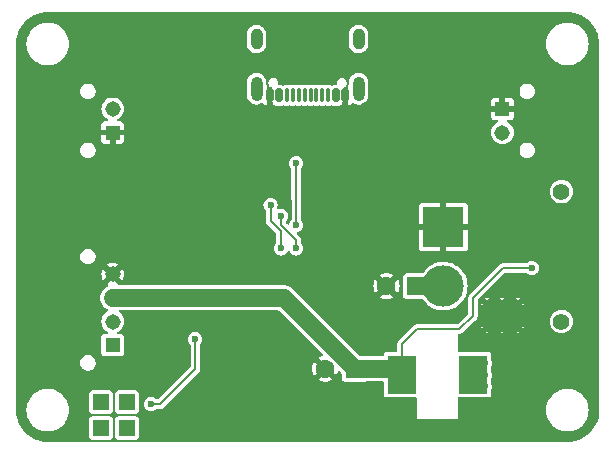
<source format=gbr>
%TF.GenerationSoftware,KiCad,Pcbnew,8.0.4*%
%TF.CreationDate,2024-09-21T01:35:51-04:00*%
%TF.ProjectId,DangerDoughnut,44616e67-6572-4446-9f75-67686e75742e,rev?*%
%TF.SameCoordinates,Original*%
%TF.FileFunction,Copper,L4,Bot*%
%TF.FilePolarity,Positive*%
%FSLAX46Y46*%
G04 Gerber Fmt 4.6, Leading zero omitted, Abs format (unit mm)*
G04 Created by KiCad (PCBNEW 8.0.4) date 2024-09-21 01:35:51*
%MOMM*%
%LPD*%
G01*
G04 APERTURE LIST*
G04 Aperture macros list*
%AMRoundRect*
0 Rectangle with rounded corners*
0 $1 Rounding radius*
0 $2 $3 $4 $5 $6 $7 $8 $9 X,Y pos of 4 corners*
0 Add a 4 corners polygon primitive as box body*
4,1,4,$2,$3,$4,$5,$6,$7,$8,$9,$2,$3,0*
0 Add four circle primitives for the rounded corners*
1,1,$1+$1,$2,$3*
1,1,$1+$1,$4,$5*
1,1,$1+$1,$6,$7*
1,1,$1+$1,$8,$9*
0 Add four rect primitives between the rounded corners*
20,1,$1+$1,$2,$3,$4,$5,0*
20,1,$1+$1,$4,$5,$6,$7,0*
20,1,$1+$1,$6,$7,$8,$9,0*
20,1,$1+$1,$8,$9,$2,$3,0*%
G04 Aperture macros list end*
%TA.AperFunction,SMDPad,CuDef*%
%ADD10R,1.400000X1.400000*%
%TD*%
%TA.AperFunction,HeatsinkPad*%
%ADD11C,0.500000*%
%TD*%
%TA.AperFunction,HeatsinkPad*%
%ADD12R,3.100000X2.410000*%
%TD*%
%TA.AperFunction,ComponentPad*%
%ADD13R,1.600000X1.600000*%
%TD*%
%TA.AperFunction,ComponentPad*%
%ADD14C,1.600000*%
%TD*%
%TA.AperFunction,ComponentPad*%
%ADD15R,1.308000X1.308000*%
%TD*%
%TA.AperFunction,ComponentPad*%
%ADD16C,1.308000*%
%TD*%
%TA.AperFunction,SMDPad,CuDef*%
%ADD17R,2.489200X3.251200*%
%TD*%
%TA.AperFunction,SMDPad,CuDef*%
%ADD18RoundRect,0.150000X-0.150000X-0.425000X0.150000X-0.425000X0.150000X0.425000X-0.150000X0.425000X0*%
%TD*%
%TA.AperFunction,SMDPad,CuDef*%
%ADD19RoundRect,0.075000X-0.075000X-0.500000X0.075000X-0.500000X0.075000X0.500000X-0.075000X0.500000X0*%
%TD*%
%TA.AperFunction,ComponentPad*%
%ADD20O,1.000000X1.800000*%
%TD*%
%TA.AperFunction,ComponentPad*%
%ADD21O,1.000000X2.100000*%
%TD*%
%TA.AperFunction,ComponentPad*%
%ADD22C,1.400000*%
%TD*%
%TA.AperFunction,ComponentPad*%
%ADD23R,3.500000X3.500000*%
%TD*%
%TA.AperFunction,ComponentPad*%
%ADD24C,3.500000*%
%TD*%
%TA.AperFunction,ViaPad*%
%ADD25C,0.600000*%
%TD*%
%TA.AperFunction,Conductor*%
%ADD26C,1.500000*%
%TD*%
%TA.AperFunction,Conductor*%
%ADD27C,0.200000*%
%TD*%
G04 APERTURE END LIST*
D10*
%TO.P,ANT1,1,Feed*%
%TO.N,Net-(ANT1-Feed)*%
X82500000Y-69300000D03*
%TO.P,ANT1,2,2*%
%TO.N,unconnected-(ANT1-Pad2)*%
X84700000Y-69300000D03*
%TO.P,ANT1,3,3*%
%TO.N,unconnected-(ANT1-Pad3)*%
X84700000Y-71500000D03*
%TO.P,ANT1,4,4*%
%TO.N,unconnected-(ANT1-Pad4)*%
X82500000Y-71500000D03*
%TD*%
D11*
%TO.P,U6,9,EP*%
%TO.N,GND*%
X115200000Y-62955000D03*
X116500000Y-62955000D03*
X117800000Y-62955000D03*
D12*
X116500000Y-62000000D03*
D11*
X115200000Y-61045000D03*
X116500000Y-61045000D03*
X117800000Y-61045000D03*
%TD*%
D13*
%TO.P,C8,1*%
%TO.N,+5V*%
X104000000Y-66500000D03*
D14*
%TO.P,C8,2*%
%TO.N,GND*%
X101500000Y-66500000D03*
%TD*%
D15*
%TO.P,J3,1,Pin_1*%
%TO.N,GND*%
X83500000Y-46500000D03*
D16*
%TO.P,J3,2,Pin_2*%
%TO.N,Net-(J3-Pin_2)*%
X83500000Y-44500000D03*
%TD*%
D13*
%TO.P,C29,1*%
%TO.N,+BATT*%
X109182380Y-59500000D03*
D14*
%TO.P,C29,2*%
%TO.N,GND*%
X106682379Y-59500000D03*
%TD*%
D17*
%TO.P,L1,1,1*%
%TO.N,/DCDC_OUT*%
X113997200Y-67000000D03*
%TO.P,L1,2,2*%
%TO.N,+5V*%
X108002800Y-67000000D03*
%TD*%
D15*
%TO.P,J2,1,Pin_1*%
%TO.N,GND*%
X116500000Y-44500000D03*
D16*
%TO.P,J2,2,Pin_2*%
%TO.N,Net-(J2-Pin_2)*%
X116500000Y-46500000D03*
%TD*%
D18*
%TO.P,J6,A1,GND*%
%TO.N,GND*%
X96800000Y-43355000D03*
%TO.P,J6,A4,VBUS*%
%TO.N,Net-(D2-A)*%
X97600000Y-43355000D03*
D19*
%TO.P,J6,A5,CC1*%
%TO.N,Net-(J6-CC1)*%
X98750000Y-43355000D03*
%TO.P,J6,A6,D+*%
%TO.N,D+*%
X99750000Y-43355000D03*
%TO.P,J6,A7,D-*%
%TO.N,D-*%
X100250000Y-43355000D03*
%TO.P,J6,A8,SBU1*%
%TO.N,unconnected-(J6-SBU1-PadA8)*%
X101250000Y-43355000D03*
D18*
%TO.P,J6,A9,VBUS*%
%TO.N,Net-(D2-A)*%
X102400000Y-43355000D03*
%TO.P,J6,A12,GND*%
%TO.N,GND*%
X103200000Y-43355000D03*
%TO.P,J6,B1,GND*%
X103200000Y-43355000D03*
%TO.P,J6,B4,VBUS*%
%TO.N,Net-(D2-A)*%
X102400000Y-43355000D03*
D19*
%TO.P,J6,B5,CC2*%
%TO.N,Net-(J6-CC2)*%
X101750000Y-43355000D03*
%TO.P,J6,B6,D+*%
%TO.N,D+*%
X100750000Y-43355000D03*
%TO.P,J6,B7,D-*%
%TO.N,D-*%
X99250000Y-43355000D03*
%TO.P,J6,B8,SBU2*%
%TO.N,unconnected-(J6-SBU2-PadB8)*%
X98250000Y-43355000D03*
D18*
%TO.P,J6,B9,VBUS*%
%TO.N,Net-(D2-A)*%
X97600000Y-43355000D03*
%TO.P,J6,B12,GND*%
%TO.N,GND*%
X96800000Y-43355000D03*
D20*
%TO.P,J6,S1,SHIELD*%
%TO.N,unconnected-(J6-SHIELD-PadS1)_3*%
X95680000Y-38600000D03*
D21*
%TO.N,unconnected-(J6-SHIELD-PadS1)_1*%
X95680000Y-42780000D03*
D20*
%TO.N,unconnected-(J6-SHIELD-PadS1)_2*%
X104320000Y-38600000D03*
D21*
%TO.N,unconnected-(J6-SHIELD-PadS1)*%
X104320000Y-42780000D03*
%TD*%
D15*
%TO.P,J4,1,Pin_1*%
%TO.N,Net-(J4-Pin_1)*%
X83500000Y-64500000D03*
D16*
%TO.P,J4,2,Pin_2*%
%TO.N,Net-(J4-Pin_2)*%
X83500000Y-62500000D03*
%TO.P,J4,3,Pin_3*%
%TO.N,+5V*%
X83500000Y-60500000D03*
%TO.P,J4,4,Pin_4*%
%TO.N,GND*%
X83500000Y-58500000D03*
%TD*%
D22*
%TO.P,J1,*%
%TO.N,*%
X121500000Y-62500000D03*
X121500000Y-51500000D03*
D23*
%TO.P,J1,1,Pin_1*%
%TO.N,GND*%
X111500000Y-54500000D03*
D24*
%TO.P,J1,2,Pin_2*%
%TO.N,+BATT*%
X111500000Y-59500000D03*
%TD*%
D25*
%TO.N,GND*%
X80250000Y-49250000D03*
X80250000Y-55750000D03*
X85900000Y-49600000D03*
X86700000Y-49600000D03*
X87500000Y-49600000D03*
X88250000Y-49500000D03*
X87250000Y-50750000D03*
X86500000Y-50750000D03*
X85750000Y-50750000D03*
X84250000Y-50000000D03*
X85000000Y-51250000D03*
X81000000Y-53500000D03*
X82750000Y-53250000D03*
X84500000Y-52000000D03*
X84000000Y-52500000D03*
X83500000Y-53000000D03*
X83500000Y-50500000D03*
X83000000Y-51000000D03*
X82500000Y-51500000D03*
X81750000Y-52000000D03*
X81000000Y-52250000D03*
X80250000Y-50000000D03*
X80250000Y-50750000D03*
X80250000Y-51500000D03*
X80250000Y-52250000D03*
X80250000Y-55000000D03*
X80250000Y-54250000D03*
X80250000Y-53500000D03*
%TO.N,/DCC_FB*%
X90468500Y-64000000D03*
X86749999Y-69500000D03*
%TO.N,GND*%
X107000000Y-70000000D03*
%TO.N,+5V*%
X118982404Y-57965498D03*
%TO.N,/DCDC_OUT*%
X113500000Y-67500000D03*
X114000000Y-68000000D03*
X115000000Y-68000000D03*
X114500000Y-67500000D03*
X115000000Y-67000000D03*
X114000000Y-67000000D03*
X113500000Y-66500000D03*
X114500000Y-66500000D03*
X114000000Y-66000000D03*
X115000000Y-66000000D03*
%TO.N,SPIWP*%
X99031726Y-49112311D03*
X99041726Y-54337311D03*
%TO.N,SPICLK*%
X99031726Y-56312311D03*
X97753300Y-53550000D03*
%TO.N,SPID*%
X96867461Y-52663046D03*
X97761726Y-56312311D03*
%TO.N,Net-(ANT1-Feed)*%
X82500000Y-69250000D03*
%TD*%
D26*
%TO.N,+5V*%
X83500000Y-60500000D02*
X98000000Y-60500000D01*
X98000000Y-60500000D02*
X104000000Y-66500000D01*
X104000000Y-66500000D02*
X107502800Y-66500000D01*
X107502800Y-66500000D02*
X108002800Y-67000000D01*
D27*
%TO.N,/DCC_FB*%
X86749999Y-69500000D02*
X87500000Y-69500000D01*
X87500000Y-69500000D02*
X90500000Y-66500000D01*
X90500000Y-66500000D02*
X90500000Y-64031500D01*
X90500000Y-64031500D02*
X90468500Y-64000000D01*
%TO.N,+5V*%
X118982404Y-57965498D02*
X116534502Y-57965498D01*
X116534502Y-57965498D02*
X114000000Y-60500000D01*
X114000000Y-60500000D02*
X114000000Y-62000000D01*
X114000000Y-62000000D02*
X112859200Y-63140800D01*
X112859200Y-63140800D02*
X109256778Y-63140800D01*
X109256778Y-63140800D02*
X108002800Y-64394778D01*
X108002800Y-64394778D02*
X108002800Y-67000000D01*
%TO.N,SPIWP*%
X99041726Y-52087311D02*
X99031726Y-52077311D01*
X99041726Y-54337311D02*
X99041726Y-52087311D01*
X99031726Y-52077311D02*
X99031726Y-49112311D01*
%TO.N,SPICLK*%
X97753300Y-53550000D02*
X97753300Y-54298885D01*
X99031726Y-55577311D02*
X99031726Y-56312311D01*
X97753300Y-54298885D02*
X99031726Y-55577311D01*
%TO.N,SPID*%
X96867461Y-52663046D02*
X96867461Y-53978731D01*
X97761726Y-54872996D02*
X97761726Y-56312311D01*
X96867461Y-53978731D02*
X97761726Y-54872996D01*
%TD*%
%TA.AperFunction,Conductor*%
%TO.N,GND*%
G36*
X122002777Y-36300655D02*
G01*
X122296701Y-36317162D01*
X122307724Y-36318404D01*
X122595224Y-36367252D01*
X122606018Y-36369715D01*
X122886251Y-36450449D01*
X122896722Y-36454113D01*
X123166134Y-36565708D01*
X123176136Y-36570525D01*
X123431354Y-36711578D01*
X123440755Y-36717485D01*
X123678575Y-36886228D01*
X123687254Y-36893149D01*
X123717388Y-36920078D01*
X123904697Y-37087467D01*
X123912532Y-37095302D01*
X124005649Y-37199500D01*
X124106850Y-37312745D01*
X124113771Y-37321424D01*
X124282514Y-37559244D01*
X124288421Y-37568645D01*
X124429474Y-37823863D01*
X124434291Y-37833865D01*
X124545884Y-38103273D01*
X124549551Y-38113752D01*
X124630280Y-38393966D01*
X124632750Y-38404790D01*
X124681594Y-38692270D01*
X124682837Y-38703302D01*
X124699344Y-38997222D01*
X124699500Y-39002773D01*
X124699500Y-39054158D01*
X124699503Y-39054211D01*
X124702300Y-69995316D01*
X124702300Y-69997226D01*
X124702144Y-70002777D01*
X124685620Y-70297011D01*
X124684377Y-70308043D01*
X124635480Y-70595832D01*
X124633010Y-70606656D01*
X124552194Y-70887172D01*
X124548527Y-70897651D01*
X124436814Y-71167349D01*
X124431997Y-71177351D01*
X124290792Y-71432843D01*
X124284885Y-71442244D01*
X124115960Y-71680320D01*
X124109039Y-71688999D01*
X123914520Y-71906669D01*
X123906669Y-71914520D01*
X123688999Y-72109039D01*
X123680320Y-72115960D01*
X123442244Y-72284885D01*
X123432843Y-72290792D01*
X123177351Y-72431997D01*
X123167349Y-72436814D01*
X122897651Y-72548527D01*
X122887172Y-72552194D01*
X122606656Y-72633010D01*
X122595832Y-72635480D01*
X122308043Y-72684377D01*
X122297011Y-72685620D01*
X122002778Y-72702144D01*
X121997227Y-72702300D01*
X121992454Y-72702300D01*
X78054505Y-72699502D01*
X78054471Y-72699500D01*
X78047595Y-72699500D01*
X78007584Y-72699500D01*
X78007562Y-72699499D01*
X78002749Y-72699499D01*
X77997219Y-72699343D01*
X77703302Y-72682837D01*
X77692270Y-72681594D01*
X77420858Y-72635480D01*
X77404788Y-72632749D01*
X77393966Y-72630280D01*
X77113752Y-72549551D01*
X77103273Y-72545884D01*
X76833865Y-72434291D01*
X76823863Y-72429474D01*
X76568645Y-72288421D01*
X76559244Y-72282514D01*
X76321424Y-72113771D01*
X76312745Y-72106850D01*
X76211695Y-72016547D01*
X76095302Y-71912532D01*
X76087467Y-71904697D01*
X75894708Y-71688999D01*
X75893149Y-71687254D01*
X75886228Y-71678575D01*
X75717485Y-71440755D01*
X75711578Y-71431354D01*
X75700676Y-71411629D01*
X75580610Y-71194383D01*
X75570525Y-71176136D01*
X75565708Y-71166134D01*
X75503977Y-71017102D01*
X75454113Y-70896722D01*
X75450448Y-70886247D01*
X75369715Y-70606018D01*
X75367252Y-70595224D01*
X75318404Y-70307724D01*
X75317162Y-70296697D01*
X75315612Y-70269103D01*
X75300656Y-70002777D01*
X75300578Y-69999997D01*
X76194451Y-69999997D01*
X76194451Y-70000002D01*
X76214616Y-70269098D01*
X76214618Y-70269107D01*
X76274666Y-70532197D01*
X76362164Y-70755135D01*
X76373257Y-70783398D01*
X76508185Y-71017102D01*
X76508189Y-71017108D01*
X76508191Y-71017110D01*
X76676434Y-71228081D01*
X76676440Y-71228087D01*
X76874252Y-71411629D01*
X76874254Y-71411630D01*
X76874259Y-71411635D01*
X77097226Y-71563651D01*
X77340359Y-71680738D01*
X77598228Y-71760280D01*
X77865071Y-71800500D01*
X77865076Y-71800500D01*
X78134924Y-71800500D01*
X78134929Y-71800500D01*
X78401772Y-71760280D01*
X78659641Y-71680738D01*
X78902775Y-71563651D01*
X79125741Y-71411635D01*
X79323561Y-71228085D01*
X79323565Y-71228081D01*
X79446641Y-71073748D01*
X79491815Y-71017102D01*
X79626743Y-70783398D01*
X79637837Y-70755130D01*
X81499500Y-70755130D01*
X81499500Y-72244860D01*
X81499501Y-72244863D01*
X81502414Y-72269990D01*
X81527756Y-72327385D01*
X81547794Y-72372765D01*
X81627235Y-72452206D01*
X81730009Y-72497585D01*
X81755135Y-72500500D01*
X83244864Y-72500499D01*
X83269991Y-72497585D01*
X83372765Y-72452206D01*
X83452206Y-72372765D01*
X83497585Y-72269991D01*
X83500500Y-72244865D01*
X83500499Y-70755136D01*
X83500498Y-70755130D01*
X83699500Y-70755130D01*
X83699500Y-72244860D01*
X83699501Y-72244863D01*
X83702414Y-72269990D01*
X83727756Y-72327385D01*
X83747794Y-72372765D01*
X83827235Y-72452206D01*
X83930009Y-72497585D01*
X83955135Y-72500500D01*
X85444864Y-72500499D01*
X85469991Y-72497585D01*
X85572765Y-72452206D01*
X85652206Y-72372765D01*
X85697585Y-72269991D01*
X85700500Y-72244865D01*
X85700499Y-70755136D01*
X85697585Y-70730009D01*
X85652206Y-70627235D01*
X85572765Y-70547794D01*
X85469991Y-70502415D01*
X85469990Y-70502414D01*
X85469988Y-70502414D01*
X85444868Y-70499500D01*
X83955139Y-70499500D01*
X83955136Y-70499501D01*
X83930009Y-70502414D01*
X83827235Y-70547794D01*
X83747794Y-70627235D01*
X83702414Y-70730011D01*
X83699500Y-70755130D01*
X83500498Y-70755130D01*
X83497585Y-70730009D01*
X83452206Y-70627235D01*
X83372765Y-70547794D01*
X83269991Y-70502415D01*
X83269990Y-70502414D01*
X83269988Y-70502414D01*
X83244868Y-70499500D01*
X81755139Y-70499500D01*
X81755136Y-70499501D01*
X81730009Y-70502414D01*
X81627235Y-70547794D01*
X81547794Y-70627235D01*
X81502414Y-70730011D01*
X81499500Y-70755130D01*
X79637837Y-70755130D01*
X79725334Y-70532195D01*
X79785383Y-70269103D01*
X79805549Y-70000000D01*
X79801981Y-69952393D01*
X79785383Y-69730901D01*
X79785383Y-69730897D01*
X79725334Y-69467805D01*
X79626743Y-69216602D01*
X79491815Y-68982898D01*
X79485885Y-68975462D01*
X79323565Y-68771918D01*
X79323559Y-68771912D01*
X79125747Y-68588370D01*
X79125744Y-68588368D01*
X79125741Y-68588365D01*
X79076994Y-68555130D01*
X81499500Y-68555130D01*
X81499500Y-70044860D01*
X81499501Y-70044863D01*
X81502414Y-70069990D01*
X81518174Y-70105682D01*
X81547794Y-70172765D01*
X81627235Y-70252206D01*
X81730009Y-70297585D01*
X81755135Y-70300500D01*
X83244864Y-70300499D01*
X83269991Y-70297585D01*
X83372765Y-70252206D01*
X83452206Y-70172765D01*
X83497585Y-70069991D01*
X83500500Y-70044865D01*
X83500499Y-68555136D01*
X83500498Y-68555130D01*
X83699500Y-68555130D01*
X83699500Y-70044860D01*
X83699501Y-70044863D01*
X83702414Y-70069990D01*
X83718174Y-70105682D01*
X83747794Y-70172765D01*
X83827235Y-70252206D01*
X83930009Y-70297585D01*
X83955135Y-70300500D01*
X85444864Y-70300499D01*
X85469991Y-70297585D01*
X85572765Y-70252206D01*
X85652206Y-70172765D01*
X85697585Y-70069991D01*
X85700500Y-70044865D01*
X85700500Y-69499999D01*
X86144317Y-69499999D01*
X86144317Y-69500000D01*
X86164954Y-69656758D01*
X86164956Y-69656766D01*
X86225461Y-69802838D01*
X86225461Y-69802839D01*
X86321712Y-69928276D01*
X86321717Y-69928282D01*
X86447158Y-70024536D01*
X86447159Y-70024536D01*
X86447160Y-70024537D01*
X86556893Y-70069990D01*
X86593237Y-70085044D01*
X86710808Y-70100522D01*
X86749998Y-70105682D01*
X86749999Y-70105682D01*
X86750000Y-70105682D01*
X86781351Y-70101554D01*
X86906761Y-70085044D01*
X87052840Y-70024536D01*
X87178281Y-69928282D01*
X87178280Y-69928282D01*
X87183429Y-69924332D01*
X87184489Y-69925713D01*
X87231583Y-69901719D01*
X87247070Y-69900500D01*
X87552725Y-69900500D01*
X87552727Y-69900500D01*
X87654588Y-69873207D01*
X87654590Y-69873205D01*
X87654592Y-69873205D01*
X87745908Y-69820483D01*
X87745908Y-69820482D01*
X87745913Y-69820480D01*
X90745910Y-66820481D01*
X90745913Y-66820480D01*
X90820480Y-66745913D01*
X90873207Y-66654587D01*
X90874302Y-66650500D01*
X90900501Y-66552727D01*
X90900501Y-66447273D01*
X90900501Y-66441211D01*
X90900500Y-66441193D01*
X90900500Y-64457041D01*
X90919407Y-64398850D01*
X90920911Y-64396835D01*
X90993036Y-64302841D01*
X91053544Y-64156762D01*
X91074182Y-64000000D01*
X91053544Y-63843238D01*
X91042497Y-63816568D01*
X90993037Y-63697161D01*
X90993037Y-63697160D01*
X90896786Y-63571723D01*
X90896785Y-63571722D01*
X90896782Y-63571718D01*
X90896777Y-63571714D01*
X90896776Y-63571713D01*
X90816018Y-63509746D01*
X90771341Y-63475464D01*
X90771340Y-63475463D01*
X90771338Y-63475462D01*
X90625266Y-63414957D01*
X90625258Y-63414955D01*
X90468501Y-63394318D01*
X90468499Y-63394318D01*
X90311741Y-63414955D01*
X90311733Y-63414957D01*
X90165661Y-63475462D01*
X90165660Y-63475462D01*
X90040223Y-63571713D01*
X90040213Y-63571723D01*
X89943962Y-63697160D01*
X89943962Y-63697161D01*
X89883457Y-63843233D01*
X89883455Y-63843241D01*
X89862818Y-63999999D01*
X89862818Y-64000000D01*
X89883455Y-64156758D01*
X89883457Y-64156766D01*
X89943962Y-64302838D01*
X89943962Y-64302839D01*
X90040213Y-64428276D01*
X90040218Y-64428282D01*
X90040222Y-64428285D01*
X90040224Y-64428287D01*
X90060765Y-64444048D01*
X90095422Y-64494471D01*
X90099500Y-64522591D01*
X90099500Y-66293099D01*
X90080593Y-66351290D01*
X90070504Y-66363103D01*
X87363103Y-69070504D01*
X87308586Y-69098281D01*
X87293099Y-69099500D01*
X87247070Y-69099500D01*
X87188879Y-69080593D01*
X87180311Y-69073276D01*
X87176698Y-69070504D01*
X87052840Y-68975464D01*
X87052839Y-68975463D01*
X87052837Y-68975462D01*
X86906765Y-68914957D01*
X86906757Y-68914955D01*
X86750000Y-68894318D01*
X86749998Y-68894318D01*
X86593240Y-68914955D01*
X86593232Y-68914957D01*
X86447160Y-68975462D01*
X86447159Y-68975462D01*
X86321722Y-69071713D01*
X86321712Y-69071723D01*
X86225461Y-69197160D01*
X86225461Y-69197161D01*
X86164956Y-69343233D01*
X86164954Y-69343241D01*
X86144317Y-69499999D01*
X85700500Y-69499999D01*
X85700499Y-68555136D01*
X85697585Y-68530009D01*
X85652206Y-68427235D01*
X85572765Y-68347794D01*
X85469991Y-68302415D01*
X85469990Y-68302414D01*
X85469988Y-68302414D01*
X85444868Y-68299500D01*
X83955139Y-68299500D01*
X83955136Y-68299501D01*
X83930009Y-68302414D01*
X83827235Y-68347794D01*
X83747794Y-68427235D01*
X83702414Y-68530011D01*
X83699500Y-68555130D01*
X83500498Y-68555130D01*
X83497585Y-68530009D01*
X83452206Y-68427235D01*
X83372765Y-68347794D01*
X83269991Y-68302415D01*
X83269990Y-68302414D01*
X83269988Y-68302414D01*
X83244868Y-68299500D01*
X81755139Y-68299500D01*
X81755136Y-68299501D01*
X81730009Y-68302414D01*
X81627235Y-68347794D01*
X81547794Y-68427235D01*
X81502414Y-68530011D01*
X81499500Y-68555130D01*
X79076994Y-68555130D01*
X78902775Y-68436349D01*
X78883850Y-68427235D01*
X78659643Y-68319262D01*
X78401776Y-68239721D01*
X78401773Y-68239720D01*
X78401772Y-68239720D01*
X78401767Y-68239719D01*
X78401766Y-68239719D01*
X78134932Y-68199500D01*
X78134929Y-68199500D01*
X77865071Y-68199500D01*
X77865067Y-68199500D01*
X77598233Y-68239719D01*
X77598223Y-68239721D01*
X77340358Y-68319262D01*
X77097233Y-68436345D01*
X77097229Y-68436347D01*
X77097226Y-68436349D01*
X76922993Y-68555139D01*
X76874252Y-68588370D01*
X76676440Y-68771912D01*
X76676434Y-68771918D01*
X76508191Y-68982889D01*
X76508187Y-68982894D01*
X76508185Y-68982898D01*
X76473614Y-69042778D01*
X76373258Y-69216599D01*
X76373254Y-69216608D01*
X76274666Y-69467802D01*
X76214618Y-69730892D01*
X76214616Y-69730901D01*
X76194451Y-69999997D01*
X75300578Y-69999997D01*
X75300500Y-69997226D01*
X75300500Y-65935931D01*
X80749500Y-65935931D01*
X80749500Y-66064069D01*
X80767938Y-66156763D01*
X80774499Y-66189742D01*
X80774500Y-66189747D01*
X80823534Y-66308125D01*
X80823538Y-66308133D01*
X80860269Y-66363103D01*
X80894724Y-66414669D01*
X80985331Y-66505276D01*
X81048848Y-66547717D01*
X81091866Y-66576461D01*
X81091870Y-66576463D01*
X81091873Y-66576465D01*
X81210256Y-66625501D01*
X81335931Y-66650500D01*
X81335932Y-66650500D01*
X81464068Y-66650500D01*
X81464069Y-66650500D01*
X81589744Y-66625501D01*
X81708127Y-66576465D01*
X81814669Y-66505276D01*
X81905276Y-66414669D01*
X81976465Y-66308127D01*
X82025501Y-66189744D01*
X82050500Y-66064069D01*
X82050500Y-65935931D01*
X82025501Y-65810256D01*
X81976465Y-65691873D01*
X81976463Y-65691870D01*
X81976461Y-65691866D01*
X81947717Y-65648848D01*
X81905276Y-65585331D01*
X81814669Y-65494724D01*
X81772226Y-65466365D01*
X81708133Y-65423538D01*
X81708125Y-65423534D01*
X81589747Y-65374500D01*
X81589745Y-65374499D01*
X81589744Y-65374499D01*
X81464069Y-65349500D01*
X81335931Y-65349500D01*
X81335930Y-65349500D01*
X81273093Y-65361999D01*
X81210256Y-65374499D01*
X81210255Y-65374499D01*
X81210252Y-65374500D01*
X81091874Y-65423534D01*
X81091866Y-65423538D01*
X80985331Y-65494724D01*
X80985327Y-65494727D01*
X80894727Y-65585327D01*
X80894724Y-65585331D01*
X80823538Y-65691866D01*
X80823534Y-65691874D01*
X80774500Y-65810252D01*
X80774499Y-65810255D01*
X80774499Y-65810256D01*
X80749500Y-65935931D01*
X75300500Y-65935931D01*
X75300500Y-60396532D01*
X82449500Y-60396532D01*
X82449500Y-60603467D01*
X82489869Y-60806418D01*
X82569058Y-60997597D01*
X82603521Y-61049175D01*
X82684023Y-61169655D01*
X82830345Y-61315977D01*
X83002402Y-61430941D01*
X83002403Y-61430941D01*
X83002404Y-61430942D01*
X83016112Y-61436620D01*
X83075412Y-61461182D01*
X83121937Y-61500918D01*
X83136221Y-61560413D01*
X83112807Y-61616941D01*
X83084195Y-61639956D01*
X82967143Y-61702521D01*
X82821806Y-61821796D01*
X82821796Y-61821806D01*
X82702520Y-61967145D01*
X82613895Y-62132952D01*
X82613890Y-62132964D01*
X82559310Y-62312887D01*
X82559309Y-62312890D01*
X82540882Y-62499995D01*
X82540882Y-62500004D01*
X82559309Y-62687109D01*
X82559310Y-62687112D01*
X82559311Y-62687115D01*
X82613891Y-62867039D01*
X82613894Y-62867044D01*
X82613895Y-62867047D01*
X82702520Y-63032854D01*
X82778922Y-63125950D01*
X82821801Y-63178199D01*
X82821806Y-63178203D01*
X82967145Y-63297479D01*
X83082599Y-63359190D01*
X83125006Y-63403295D01*
X83133389Y-63463903D01*
X83104547Y-63517864D01*
X83049496Y-63544566D01*
X83035931Y-63545500D01*
X82801139Y-63545500D01*
X82801136Y-63545501D01*
X82776009Y-63548414D01*
X82673235Y-63593794D01*
X82593794Y-63673235D01*
X82548414Y-63776011D01*
X82545500Y-63801130D01*
X82545500Y-65198860D01*
X82545501Y-65198863D01*
X82548414Y-65223990D01*
X82566357Y-65264626D01*
X82593794Y-65326765D01*
X82673235Y-65406206D01*
X82776009Y-65451585D01*
X82801135Y-65454500D01*
X84198864Y-65454499D01*
X84223991Y-65451585D01*
X84326765Y-65406206D01*
X84406206Y-65326765D01*
X84451585Y-65223991D01*
X84454500Y-65198865D01*
X84454499Y-63801136D01*
X84451585Y-63776009D01*
X84406206Y-63673235D01*
X84326765Y-63593794D01*
X84223991Y-63548415D01*
X84223990Y-63548414D01*
X84223988Y-63548414D01*
X84198869Y-63545500D01*
X83964069Y-63545500D01*
X83905878Y-63526593D01*
X83869914Y-63477093D01*
X83869914Y-63415907D01*
X83905878Y-63366407D01*
X83917401Y-63359190D01*
X84032854Y-63297479D01*
X84032855Y-63297477D01*
X84032857Y-63297477D01*
X84178199Y-63178199D01*
X84297477Y-63032857D01*
X84386109Y-62867039D01*
X84440689Y-62687115D01*
X84459118Y-62500000D01*
X84459118Y-62499995D01*
X84440690Y-62312890D01*
X84440689Y-62312887D01*
X84440689Y-62312885D01*
X84386109Y-62132961D01*
X84343222Y-62052725D01*
X84297479Y-61967145D01*
X84178203Y-61821806D01*
X84178199Y-61821801D01*
X84061497Y-61726027D01*
X84028511Y-61674497D01*
X84032113Y-61613418D01*
X84070928Y-61566121D01*
X84124303Y-61550500D01*
X97523861Y-61550500D01*
X97582052Y-61569407D01*
X97593865Y-61579496D01*
X101278995Y-65264626D01*
X101306772Y-65319143D01*
X101297201Y-65379575D01*
X101253936Y-65422840D01*
X101227183Y-65431944D01*
X101197682Y-65437458D01*
X101007586Y-65511101D01*
X101007584Y-65511102D01*
X100919311Y-65565757D01*
X101453552Y-66100000D01*
X101447339Y-66100000D01*
X101345606Y-66127259D01*
X101254394Y-66179920D01*
X101179920Y-66254394D01*
X101127259Y-66345606D01*
X101100000Y-66447339D01*
X101100000Y-66453554D01*
X100562533Y-65916087D01*
X100560753Y-65918445D01*
X100560750Y-65918449D01*
X100469887Y-66100929D01*
X100414097Y-66297010D01*
X100395287Y-66500000D01*
X100414097Y-66702989D01*
X100469887Y-66899070D01*
X100560751Y-67081551D01*
X100562532Y-67083911D01*
X101100000Y-66546443D01*
X101100000Y-66552661D01*
X101127259Y-66654394D01*
X101179920Y-66745606D01*
X101254394Y-66820080D01*
X101345606Y-66872741D01*
X101447339Y-66900000D01*
X101453553Y-66900000D01*
X100919312Y-67434241D01*
X101007581Y-67488895D01*
X101007586Y-67488898D01*
X101197683Y-67562541D01*
X101398070Y-67600000D01*
X101601930Y-67600000D01*
X101802316Y-67562541D01*
X101992415Y-67488897D01*
X101992416Y-67488897D01*
X102080686Y-67434241D01*
X101546445Y-66900000D01*
X101552661Y-66900000D01*
X101654394Y-66872741D01*
X101745606Y-66820080D01*
X101820080Y-66745606D01*
X101872741Y-66654394D01*
X101900000Y-66552661D01*
X101900000Y-66546446D01*
X102437465Y-67083911D01*
X102439245Y-67081556D01*
X102439249Y-67081549D01*
X102530113Y-66899069D01*
X102568917Y-66762685D01*
X102603027Y-66711890D01*
X102660479Y-66690845D01*
X102719329Y-66707588D01*
X102734142Y-66719773D01*
X102870504Y-66856135D01*
X102898281Y-66910652D01*
X102899500Y-66926139D01*
X102899500Y-67344860D01*
X102899501Y-67344863D01*
X102902414Y-67369990D01*
X102927756Y-67427385D01*
X102947794Y-67472765D01*
X103027235Y-67552206D01*
X103130009Y-67597585D01*
X103155135Y-67600500D01*
X104844864Y-67600499D01*
X104869991Y-67597585D01*
X104957526Y-67558934D01*
X104997512Y-67550500D01*
X106358701Y-67550500D01*
X106416892Y-67569407D01*
X106452856Y-67618907D01*
X106457701Y-67649500D01*
X106457701Y-68670463D01*
X106460614Y-68695590D01*
X106485956Y-68752985D01*
X106505994Y-68798365D01*
X106585435Y-68877806D01*
X106688209Y-68923185D01*
X106713335Y-68926100D01*
X109199200Y-68926099D01*
X109257391Y-68945006D01*
X109293355Y-68994506D01*
X109298200Y-69025099D01*
X109298200Y-70759200D01*
X109298201Y-70759200D01*
X112701799Y-70759200D01*
X112701800Y-70759200D01*
X112701800Y-69999997D01*
X120194451Y-69999997D01*
X120194451Y-70000002D01*
X120214616Y-70269098D01*
X120214618Y-70269107D01*
X120274666Y-70532197D01*
X120362164Y-70755135D01*
X120373257Y-70783398D01*
X120508185Y-71017102D01*
X120508189Y-71017108D01*
X120508191Y-71017110D01*
X120676434Y-71228081D01*
X120676440Y-71228087D01*
X120874252Y-71411629D01*
X120874254Y-71411630D01*
X120874259Y-71411635D01*
X121097226Y-71563651D01*
X121340359Y-71680738D01*
X121598228Y-71760280D01*
X121865071Y-71800500D01*
X121865076Y-71800500D01*
X122134924Y-71800500D01*
X122134929Y-71800500D01*
X122401772Y-71760280D01*
X122659641Y-71680738D01*
X122902775Y-71563651D01*
X123125741Y-71411635D01*
X123323561Y-71228085D01*
X123323565Y-71228081D01*
X123446641Y-71073748D01*
X123491815Y-71017102D01*
X123626743Y-70783398D01*
X123725334Y-70532195D01*
X123785383Y-70269103D01*
X123805549Y-70000000D01*
X123801981Y-69952393D01*
X123785383Y-69730901D01*
X123785383Y-69730897D01*
X123725334Y-69467805D01*
X123626743Y-69216602D01*
X123491815Y-68982898D01*
X123485885Y-68975462D01*
X123323565Y-68771918D01*
X123323559Y-68771912D01*
X123125747Y-68588370D01*
X123125744Y-68588368D01*
X123125741Y-68588365D01*
X122902775Y-68436349D01*
X122883850Y-68427235D01*
X122659643Y-68319262D01*
X122401776Y-68239721D01*
X122401773Y-68239720D01*
X122401772Y-68239720D01*
X122401767Y-68239719D01*
X122401766Y-68239719D01*
X122134932Y-68199500D01*
X122134929Y-68199500D01*
X121865071Y-68199500D01*
X121865067Y-68199500D01*
X121598233Y-68239719D01*
X121598223Y-68239721D01*
X121340358Y-68319262D01*
X121097233Y-68436345D01*
X121097229Y-68436347D01*
X121097226Y-68436349D01*
X120922993Y-68555139D01*
X120874252Y-68588370D01*
X120676440Y-68771912D01*
X120676434Y-68771918D01*
X120508191Y-68982889D01*
X120508187Y-68982894D01*
X120508185Y-68982898D01*
X120473614Y-69042778D01*
X120373258Y-69216599D01*
X120373254Y-69216608D01*
X120274666Y-69467802D01*
X120214618Y-69730892D01*
X120214616Y-69730901D01*
X120194451Y-69999997D01*
X112701800Y-69999997D01*
X112701800Y-69025099D01*
X112720707Y-68966908D01*
X112770207Y-68930944D01*
X112800793Y-68926099D01*
X115286664Y-68926099D01*
X115311791Y-68923185D01*
X115414565Y-68877806D01*
X115494006Y-68798365D01*
X115539385Y-68695591D01*
X115542300Y-68670465D01*
X115542299Y-68279646D01*
X115549834Y-68241763D01*
X115585044Y-68156762D01*
X115605682Y-68000000D01*
X115585044Y-67843238D01*
X115549835Y-67758237D01*
X115542299Y-67720351D01*
X115542299Y-67279647D01*
X115549834Y-67241763D01*
X115585044Y-67156762D01*
X115605682Y-67000000D01*
X115585044Y-66843238D01*
X115551678Y-66762685D01*
X115549835Y-66758235D01*
X115542299Y-66720350D01*
X115542299Y-66279648D01*
X115549835Y-66241762D01*
X115585044Y-66156762D01*
X115605682Y-66000000D01*
X115585044Y-65843238D01*
X115571383Y-65810257D01*
X115549835Y-65758234D01*
X115542299Y-65720349D01*
X115542299Y-65329539D01*
X115542299Y-65329536D01*
X115539385Y-65304409D01*
X115494006Y-65201635D01*
X115414565Y-65122194D01*
X115311791Y-65076815D01*
X115311790Y-65076814D01*
X115311788Y-65076814D01*
X115286669Y-65073900D01*
X112800800Y-65073900D01*
X112742609Y-65054993D01*
X112706645Y-65005493D01*
X112701800Y-64974900D01*
X112701800Y-63640300D01*
X112720707Y-63582109D01*
X112770207Y-63546145D01*
X112800800Y-63541300D01*
X112911925Y-63541300D01*
X112911927Y-63541300D01*
X113013788Y-63514007D01*
X113013790Y-63514005D01*
X113013792Y-63514005D01*
X113073550Y-63479503D01*
X115029047Y-63479503D01*
X115029048Y-63479504D01*
X115056418Y-63490841D01*
X115056423Y-63490843D01*
X115200000Y-63509746D01*
X115343577Y-63490843D01*
X115370950Y-63479504D01*
X115370949Y-63479503D01*
X116329047Y-63479503D01*
X116329048Y-63479504D01*
X116356418Y-63490841D01*
X116356423Y-63490843D01*
X116500000Y-63509746D01*
X116643577Y-63490843D01*
X116670950Y-63479504D01*
X116670949Y-63479503D01*
X117629047Y-63479503D01*
X117629048Y-63479504D01*
X117656418Y-63490841D01*
X117656423Y-63490843D01*
X117800000Y-63509746D01*
X117943577Y-63490843D01*
X117970950Y-63479504D01*
X117799999Y-63308553D01*
X117629047Y-63479503D01*
X116670949Y-63479503D01*
X116499999Y-63308553D01*
X116329047Y-63479503D01*
X115370949Y-63479503D01*
X115199999Y-63308553D01*
X115029047Y-63479503D01*
X113073550Y-63479503D01*
X113105108Y-63461283D01*
X113105108Y-63461282D01*
X113105113Y-63461280D01*
X113611394Y-62954999D01*
X114645254Y-62954999D01*
X114645254Y-62955000D01*
X114664156Y-63098577D01*
X114675495Y-63125950D01*
X114846446Y-62955000D01*
X114826555Y-62935109D01*
X115100000Y-62935109D01*
X115100000Y-62974891D01*
X115115224Y-63011645D01*
X115143355Y-63039776D01*
X115180109Y-63055000D01*
X115219891Y-63055000D01*
X115256645Y-63039776D01*
X115284776Y-63011645D01*
X115300000Y-62974891D01*
X115300000Y-62954999D01*
X115553553Y-62954999D01*
X115724504Y-63125950D01*
X115735843Y-63098577D01*
X115751847Y-62977020D01*
X115760358Y-62959175D01*
X115757645Y-62950824D01*
X115939641Y-62950824D01*
X115948153Y-62977020D01*
X115964156Y-63098577D01*
X115975495Y-63125950D01*
X116146446Y-62955000D01*
X116126555Y-62935109D01*
X116400000Y-62935109D01*
X116400000Y-62974891D01*
X116415224Y-63011645D01*
X116443355Y-63039776D01*
X116480109Y-63055000D01*
X116519891Y-63055000D01*
X116556645Y-63039776D01*
X116584776Y-63011645D01*
X116600000Y-62974891D01*
X116600000Y-62954999D01*
X116853553Y-62954999D01*
X117024504Y-63125950D01*
X117035843Y-63098577D01*
X117051847Y-62977020D01*
X117060358Y-62959175D01*
X117057645Y-62950824D01*
X117239641Y-62950824D01*
X117248153Y-62977020D01*
X117264156Y-63098577D01*
X117275495Y-63125950D01*
X117446446Y-62955000D01*
X117426555Y-62935109D01*
X117700000Y-62935109D01*
X117700000Y-62974891D01*
X117715224Y-63011645D01*
X117743355Y-63039776D01*
X117780109Y-63055000D01*
X117819891Y-63055000D01*
X117856645Y-63039776D01*
X117884776Y-63011645D01*
X117900000Y-62974891D01*
X117900000Y-62954999D01*
X118153553Y-62954999D01*
X118324504Y-63125950D01*
X118335843Y-63098577D01*
X118354746Y-62955000D01*
X118354746Y-62954999D01*
X118335843Y-62811423D01*
X118335841Y-62811418D01*
X118324504Y-62784048D01*
X118324503Y-62784047D01*
X118153553Y-62954999D01*
X117900000Y-62954999D01*
X117900000Y-62935109D01*
X117884776Y-62898355D01*
X117856645Y-62870224D01*
X117819891Y-62855000D01*
X117780109Y-62855000D01*
X117743355Y-62870224D01*
X117715224Y-62898355D01*
X117700000Y-62935109D01*
X117426555Y-62935109D01*
X117275494Y-62784048D01*
X117264157Y-62811420D01*
X117264156Y-62811421D01*
X117248153Y-62932980D01*
X117239641Y-62950824D01*
X117057645Y-62950824D01*
X117051847Y-62932980D01*
X117035843Y-62811423D01*
X117035841Y-62811418D01*
X117024504Y-62784048D01*
X117024503Y-62784047D01*
X116853553Y-62954999D01*
X116600000Y-62954999D01*
X116600000Y-62935109D01*
X116584776Y-62898355D01*
X116556645Y-62870224D01*
X116519891Y-62855000D01*
X116480109Y-62855000D01*
X116443355Y-62870224D01*
X116415224Y-62898355D01*
X116400000Y-62935109D01*
X116126555Y-62935109D01*
X115975494Y-62784048D01*
X115964157Y-62811420D01*
X115964156Y-62811421D01*
X115948153Y-62932980D01*
X115939641Y-62950824D01*
X115757645Y-62950824D01*
X115751847Y-62932980D01*
X115735843Y-62811423D01*
X115735841Y-62811418D01*
X115724504Y-62784048D01*
X115724503Y-62784047D01*
X115553553Y-62954999D01*
X115300000Y-62954999D01*
X115300000Y-62935109D01*
X115284776Y-62898355D01*
X115256645Y-62870224D01*
X115219891Y-62855000D01*
X115180109Y-62855000D01*
X115143355Y-62870224D01*
X115115224Y-62898355D01*
X115100000Y-62935109D01*
X114826555Y-62935109D01*
X114675494Y-62784048D01*
X114664157Y-62811420D01*
X114664156Y-62811421D01*
X114645254Y-62954999D01*
X113611394Y-62954999D01*
X114135899Y-62430494D01*
X115029048Y-62430494D01*
X115200000Y-62601446D01*
X115370950Y-62430495D01*
X115370948Y-62430494D01*
X116329048Y-62430494D01*
X116500000Y-62601446D01*
X116670950Y-62430495D01*
X116670948Y-62430494D01*
X117629048Y-62430494D01*
X117800000Y-62601446D01*
X117901449Y-62499996D01*
X120494659Y-62499996D01*
X120494659Y-62500003D01*
X120513974Y-62696126D01*
X120513975Y-62696129D01*
X120571187Y-62884730D01*
X120571188Y-62884732D01*
X120639025Y-63011645D01*
X120664090Y-63058538D01*
X120664092Y-63058540D01*
X120664093Y-63058542D01*
X120789112Y-63210878D01*
X120789121Y-63210887D01*
X120941457Y-63335906D01*
X120941462Y-63335910D01*
X121035378Y-63386109D01*
X121089346Y-63414956D01*
X121115273Y-63428814D01*
X121303868Y-63486024D01*
X121303870Y-63486024D01*
X121303873Y-63486025D01*
X121499997Y-63505341D01*
X121500000Y-63505341D01*
X121500003Y-63505341D01*
X121696126Y-63486025D01*
X121696127Y-63486024D01*
X121696132Y-63486024D01*
X121884727Y-63428814D01*
X122058538Y-63335910D01*
X122210883Y-63210883D01*
X122335910Y-63058538D01*
X122428814Y-62884727D01*
X122486024Y-62696132D01*
X122486913Y-62687112D01*
X122505341Y-62500003D01*
X122505341Y-62499996D01*
X122486025Y-62303873D01*
X122486024Y-62303870D01*
X122486024Y-62303868D01*
X122428814Y-62115273D01*
X122335910Y-61941462D01*
X122271602Y-61863103D01*
X122210887Y-61789121D01*
X122210878Y-61789112D01*
X122058542Y-61664093D01*
X122058540Y-61664092D01*
X122058538Y-61664090D01*
X121970329Y-61616941D01*
X121884732Y-61571188D01*
X121884730Y-61571187D01*
X121845580Y-61559311D01*
X121696132Y-61513976D01*
X121696129Y-61513975D01*
X121696126Y-61513974D01*
X121500003Y-61494659D01*
X121499997Y-61494659D01*
X121303873Y-61513974D01*
X121303870Y-61513975D01*
X121115269Y-61571187D01*
X121115267Y-61571188D01*
X120941467Y-61664087D01*
X120941457Y-61664093D01*
X120789121Y-61789112D01*
X120789112Y-61789121D01*
X120664093Y-61941457D01*
X120664087Y-61941467D01*
X120571188Y-62115267D01*
X120571187Y-62115269D01*
X120513975Y-62303870D01*
X120513974Y-62303873D01*
X120494659Y-62499996D01*
X117901449Y-62499996D01*
X117970950Y-62430495D01*
X117943576Y-62419156D01*
X117943579Y-62419156D01*
X117800000Y-62400254D01*
X117656421Y-62419156D01*
X117656420Y-62419157D01*
X117629048Y-62430494D01*
X116670948Y-62430494D01*
X116643576Y-62419156D01*
X116643579Y-62419156D01*
X116500000Y-62400254D01*
X116356421Y-62419156D01*
X116356420Y-62419157D01*
X116329048Y-62430494D01*
X115370948Y-62430494D01*
X115343576Y-62419156D01*
X115343579Y-62419156D01*
X115200000Y-62400254D01*
X115056421Y-62419156D01*
X115056420Y-62419157D01*
X115029048Y-62430494D01*
X114135899Y-62430494D01*
X114320480Y-62245913D01*
X114373207Y-62154588D01*
X114400500Y-62052727D01*
X114400500Y-61947273D01*
X114400500Y-61569503D01*
X115029047Y-61569503D01*
X115029048Y-61569504D01*
X115056418Y-61580841D01*
X115056423Y-61580843D01*
X115200000Y-61599746D01*
X115343577Y-61580843D01*
X115370950Y-61569504D01*
X115370949Y-61569503D01*
X116329047Y-61569503D01*
X116329048Y-61569504D01*
X116356418Y-61580841D01*
X116356423Y-61580843D01*
X116500000Y-61599746D01*
X116643577Y-61580843D01*
X116670950Y-61569504D01*
X116670949Y-61569503D01*
X117629047Y-61569503D01*
X117629048Y-61569504D01*
X117656418Y-61580841D01*
X117656423Y-61580843D01*
X117800000Y-61599746D01*
X117943577Y-61580843D01*
X117970950Y-61569504D01*
X117799999Y-61398553D01*
X117629047Y-61569503D01*
X116670949Y-61569503D01*
X116499999Y-61398553D01*
X116329047Y-61569503D01*
X115370949Y-61569503D01*
X115199999Y-61398553D01*
X115029047Y-61569503D01*
X114400500Y-61569503D01*
X114400500Y-61044999D01*
X114645254Y-61044999D01*
X114645254Y-61045000D01*
X114664156Y-61188577D01*
X114675495Y-61215950D01*
X114846446Y-61045000D01*
X114826555Y-61025109D01*
X115100000Y-61025109D01*
X115100000Y-61064891D01*
X115115224Y-61101645D01*
X115143355Y-61129776D01*
X115180109Y-61145000D01*
X115219891Y-61145000D01*
X115256645Y-61129776D01*
X115284776Y-61101645D01*
X115300000Y-61064891D01*
X115300000Y-61044999D01*
X115553553Y-61044999D01*
X115724504Y-61215950D01*
X115735843Y-61188577D01*
X115751847Y-61067020D01*
X115760358Y-61049175D01*
X115757645Y-61040824D01*
X115939641Y-61040824D01*
X115948153Y-61067020D01*
X115964156Y-61188577D01*
X115975495Y-61215950D01*
X116146446Y-61045000D01*
X116126555Y-61025109D01*
X116400000Y-61025109D01*
X116400000Y-61064891D01*
X116415224Y-61101645D01*
X116443355Y-61129776D01*
X116480109Y-61145000D01*
X116519891Y-61145000D01*
X116556645Y-61129776D01*
X116584776Y-61101645D01*
X116600000Y-61064891D01*
X116600000Y-61044999D01*
X116853553Y-61044999D01*
X117024504Y-61215950D01*
X117035843Y-61188577D01*
X117051847Y-61067020D01*
X117060358Y-61049175D01*
X117057645Y-61040824D01*
X117239641Y-61040824D01*
X117248153Y-61067020D01*
X117264156Y-61188577D01*
X117275495Y-61215950D01*
X117446446Y-61045000D01*
X117426555Y-61025109D01*
X117700000Y-61025109D01*
X117700000Y-61064891D01*
X117715224Y-61101645D01*
X117743355Y-61129776D01*
X117780109Y-61145000D01*
X117819891Y-61145000D01*
X117856645Y-61129776D01*
X117884776Y-61101645D01*
X117900000Y-61064891D01*
X117900000Y-61044999D01*
X118153553Y-61044999D01*
X118324504Y-61215950D01*
X118335843Y-61188577D01*
X118354746Y-61045000D01*
X118354746Y-61044999D01*
X118335843Y-60901423D01*
X118335841Y-60901418D01*
X118324504Y-60874048D01*
X118324503Y-60874047D01*
X118153553Y-61044999D01*
X117900000Y-61044999D01*
X117900000Y-61025109D01*
X117884776Y-60988355D01*
X117856645Y-60960224D01*
X117819891Y-60945000D01*
X117780109Y-60945000D01*
X117743355Y-60960224D01*
X117715224Y-60988355D01*
X117700000Y-61025109D01*
X117426555Y-61025109D01*
X117275494Y-60874048D01*
X117264157Y-60901420D01*
X117264156Y-60901421D01*
X117248153Y-61022980D01*
X117239641Y-61040824D01*
X117057645Y-61040824D01*
X117051847Y-61022980D01*
X117035843Y-60901423D01*
X117035841Y-60901418D01*
X117024504Y-60874048D01*
X117024503Y-60874047D01*
X116853553Y-61044999D01*
X116600000Y-61044999D01*
X116600000Y-61025109D01*
X116584776Y-60988355D01*
X116556645Y-60960224D01*
X116519891Y-60945000D01*
X116480109Y-60945000D01*
X116443355Y-60960224D01*
X116415224Y-60988355D01*
X116400000Y-61025109D01*
X116126555Y-61025109D01*
X115975494Y-60874048D01*
X115964157Y-60901420D01*
X115964156Y-60901421D01*
X115948153Y-61022980D01*
X115939641Y-61040824D01*
X115757645Y-61040824D01*
X115751847Y-61022980D01*
X115735843Y-60901423D01*
X115735841Y-60901418D01*
X115724504Y-60874048D01*
X115724503Y-60874047D01*
X115553553Y-61044999D01*
X115300000Y-61044999D01*
X115300000Y-61025109D01*
X115284776Y-60988355D01*
X115256645Y-60960224D01*
X115219891Y-60945000D01*
X115180109Y-60945000D01*
X115143355Y-60960224D01*
X115115224Y-60988355D01*
X115100000Y-61025109D01*
X114826555Y-61025109D01*
X114675494Y-60874048D01*
X114664157Y-60901420D01*
X114664156Y-60901421D01*
X114645254Y-61044999D01*
X114400500Y-61044999D01*
X114400500Y-60706901D01*
X114419407Y-60648710D01*
X114429496Y-60636897D01*
X114545899Y-60520494D01*
X115029048Y-60520494D01*
X115200000Y-60691446D01*
X115370950Y-60520495D01*
X115370948Y-60520494D01*
X116329048Y-60520494D01*
X116500000Y-60691446D01*
X116670950Y-60520495D01*
X116670948Y-60520494D01*
X117629048Y-60520494D01*
X117800000Y-60691446D01*
X117970950Y-60520495D01*
X117943576Y-60509156D01*
X117943579Y-60509156D01*
X117800000Y-60490254D01*
X117656421Y-60509156D01*
X117656420Y-60509157D01*
X117629048Y-60520494D01*
X116670948Y-60520494D01*
X116643576Y-60509156D01*
X116643579Y-60509156D01*
X116500000Y-60490254D01*
X116356421Y-60509156D01*
X116356420Y-60509157D01*
X116329048Y-60520494D01*
X115370948Y-60520494D01*
X115343576Y-60509156D01*
X115343579Y-60509156D01*
X115200000Y-60490254D01*
X115056421Y-60509156D01*
X115056420Y-60509157D01*
X115029048Y-60520494D01*
X114545899Y-60520494D01*
X116671399Y-58394994D01*
X116725916Y-58367217D01*
X116741403Y-58365998D01*
X118485333Y-58365998D01*
X118543524Y-58384905D01*
X118552091Y-58392221D01*
X118554120Y-58393778D01*
X118554122Y-58393780D01*
X118679563Y-58490034D01*
X118679564Y-58490034D01*
X118679565Y-58490035D01*
X118730430Y-58511104D01*
X118825642Y-58550542D01*
X118941212Y-58565757D01*
X118982403Y-58571180D01*
X118982404Y-58571180D01*
X118982405Y-58571180D01*
X119023596Y-58565757D01*
X119139166Y-58550542D01*
X119285245Y-58490034D01*
X119410686Y-58393780D01*
X119506940Y-58268339D01*
X119567448Y-58122260D01*
X119588086Y-57965498D01*
X119567448Y-57808736D01*
X119506941Y-57662659D01*
X119506941Y-57662658D01*
X119410690Y-57537221D01*
X119410689Y-57537220D01*
X119410686Y-57537216D01*
X119410681Y-57537212D01*
X119410680Y-57537211D01*
X119285242Y-57440960D01*
X119139170Y-57380455D01*
X119139162Y-57380453D01*
X118982405Y-57359816D01*
X118982403Y-57359816D01*
X118825645Y-57380453D01*
X118825637Y-57380455D01*
X118679565Y-57440960D01*
X118679564Y-57440960D01*
X118548974Y-57541166D01*
X118547913Y-57539784D01*
X118500820Y-57563779D01*
X118485333Y-57564998D01*
X116587229Y-57564998D01*
X116481775Y-57564998D01*
X116438994Y-57576461D01*
X116379909Y-57592292D01*
X116288593Y-57645014D01*
X113679516Y-60254091D01*
X113626793Y-60345411D01*
X113626792Y-60345411D01*
X113626793Y-60345412D01*
X113599500Y-60447273D01*
X113599500Y-61793099D01*
X113580593Y-61851290D01*
X113570504Y-61863103D01*
X112722303Y-62711304D01*
X112667786Y-62739081D01*
X112652299Y-62740300D01*
X109315584Y-62740300D01*
X109315568Y-62740299D01*
X109309505Y-62740299D01*
X109204051Y-62740299D01*
X109204048Y-62740299D01*
X109102191Y-62767592D01*
X109102187Y-62767594D01*
X109010865Y-62820319D01*
X108936297Y-62894886D01*
X108936298Y-62894887D01*
X107682316Y-64148869D01*
X107629594Y-64240186D01*
X107629593Y-64240188D01*
X107614726Y-64295670D01*
X107614727Y-64295671D01*
X107602300Y-64342051D01*
X107602300Y-64974900D01*
X107583393Y-65033091D01*
X107533893Y-65069055D01*
X107503300Y-65073900D01*
X106713339Y-65073900D01*
X106713336Y-65073901D01*
X106688209Y-65076814D01*
X106585435Y-65122194D01*
X106505994Y-65201635D01*
X106460614Y-65304411D01*
X106457700Y-65329530D01*
X106457700Y-65350500D01*
X106438793Y-65408691D01*
X106389293Y-65444655D01*
X106358700Y-65449500D01*
X104997512Y-65449500D01*
X104957526Y-65441065D01*
X104869991Y-65402415D01*
X104869990Y-65402414D01*
X104869988Y-65402414D01*
X104844869Y-65399500D01*
X104844865Y-65399500D01*
X104426139Y-65399500D01*
X104367948Y-65380593D01*
X104356135Y-65370504D01*
X98815979Y-59830348D01*
X98815977Y-59830345D01*
X98669655Y-59684023D01*
X98497598Y-59569059D01*
X98497599Y-59569059D01*
X98497597Y-59569058D01*
X98330876Y-59500000D01*
X105577666Y-59500000D01*
X105596476Y-59702989D01*
X105652266Y-59899070D01*
X105743130Y-60081551D01*
X105744911Y-60083911D01*
X106282379Y-59546443D01*
X106282379Y-59552661D01*
X106309638Y-59654394D01*
X106362299Y-59745606D01*
X106436773Y-59820080D01*
X106527985Y-59872741D01*
X106629718Y-59900000D01*
X106635932Y-59900000D01*
X106101691Y-60434241D01*
X106189960Y-60488895D01*
X106189965Y-60488898D01*
X106380062Y-60562541D01*
X106580449Y-60600000D01*
X106784309Y-60600000D01*
X106984695Y-60562541D01*
X107174794Y-60488897D01*
X107174795Y-60488897D01*
X107263065Y-60434241D01*
X106728824Y-59900000D01*
X106735040Y-59900000D01*
X106836773Y-59872741D01*
X106927985Y-59820080D01*
X107002459Y-59745606D01*
X107055120Y-59654394D01*
X107082379Y-59552661D01*
X107082379Y-59546445D01*
X107619845Y-60083911D01*
X107621624Y-60081556D01*
X107621628Y-60081549D01*
X107712491Y-59899070D01*
X107768281Y-59702989D01*
X107787091Y-59500000D01*
X107768281Y-59297010D01*
X107712491Y-59100929D01*
X107621628Y-58918450D01*
X107621623Y-58918441D01*
X107619845Y-58916087D01*
X107082379Y-59453553D01*
X107082379Y-59447339D01*
X107055120Y-59345606D01*
X107002459Y-59254394D01*
X106927985Y-59179920D01*
X106836773Y-59127259D01*
X106735040Y-59100000D01*
X106728822Y-59100000D01*
X107173692Y-58655130D01*
X108081880Y-58655130D01*
X108081880Y-60344860D01*
X108081880Y-60344862D01*
X108081881Y-60344864D01*
X108081945Y-60345412D01*
X108084794Y-60369990D01*
X108096514Y-60396532D01*
X108130174Y-60472765D01*
X108209615Y-60552206D01*
X108312389Y-60597585D01*
X108337515Y-60600500D01*
X109715634Y-60600499D01*
X109773825Y-60619406D01*
X109796513Y-60642407D01*
X109905684Y-60797064D01*
X109905688Y-60797069D01*
X110084336Y-60988355D01*
X110097155Y-61002081D01*
X110219535Y-61101645D01*
X110314754Y-61179111D01*
X110539821Y-61315977D01*
X110554427Y-61324859D01*
X110554439Y-61324866D01*
X110811715Y-61436616D01*
X110811717Y-61436616D01*
X110811725Y-61436620D01*
X111081839Y-61512303D01*
X111359742Y-61550500D01*
X111359748Y-61550500D01*
X111640252Y-61550500D01*
X111640258Y-61550500D01*
X111918161Y-61512303D01*
X112188275Y-61436620D01*
X112275914Y-61398553D01*
X112445560Y-61324866D01*
X112445563Y-61324863D01*
X112445568Y-61324862D01*
X112685246Y-61179111D01*
X112902845Y-61002081D01*
X113094312Y-60797069D01*
X113256081Y-60567896D01*
X113385136Y-60318830D01*
X113479075Y-60054511D01*
X113536148Y-59779862D01*
X113555291Y-59500000D01*
X113552863Y-59464510D01*
X113536148Y-59220141D01*
X113536148Y-59220138D01*
X113489523Y-58995771D01*
X113479076Y-58945493D01*
X113469465Y-58918449D01*
X113385136Y-58681170D01*
X113256081Y-58432104D01*
X113094312Y-58202931D01*
X112902845Y-57997919D01*
X112902844Y-57997918D01*
X112685255Y-57820896D01*
X112685252Y-57820894D01*
X112685246Y-57820889D01*
X112595947Y-57766585D01*
X112445572Y-57675140D01*
X112445560Y-57675133D01*
X112188284Y-57563383D01*
X112188276Y-57563380D01*
X112188275Y-57563380D01*
X111980901Y-57505276D01*
X111918162Y-57487697D01*
X111848685Y-57478147D01*
X111640258Y-57449500D01*
X111359742Y-57449500D01*
X111220790Y-57468598D01*
X111081837Y-57487697D01*
X110811728Y-57563379D01*
X110811715Y-57563383D01*
X110554439Y-57675133D01*
X110554427Y-57675140D01*
X110314760Y-57820885D01*
X110314744Y-57820896D01*
X110097155Y-57997918D01*
X109905684Y-58202935D01*
X109796515Y-58357592D01*
X109747510Y-58394228D01*
X109715635Y-58399500D01*
X108337519Y-58399500D01*
X108337516Y-58399501D01*
X108312389Y-58402414D01*
X108209615Y-58447794D01*
X108130174Y-58527235D01*
X108084794Y-58630011D01*
X108081880Y-58655130D01*
X107173692Y-58655130D01*
X107263065Y-58565757D01*
X107174797Y-58511104D01*
X107174792Y-58511101D01*
X106984695Y-58437458D01*
X106784309Y-58400000D01*
X106580449Y-58400000D01*
X106380062Y-58437458D01*
X106189965Y-58511101D01*
X106189963Y-58511102D01*
X106101691Y-58565757D01*
X106635934Y-59100000D01*
X106629718Y-59100000D01*
X106527985Y-59127259D01*
X106436773Y-59179920D01*
X106362299Y-59254394D01*
X106309638Y-59345606D01*
X106282379Y-59447339D01*
X106282379Y-59453554D01*
X105744912Y-58916087D01*
X105743132Y-58918445D01*
X105743129Y-58918449D01*
X105652266Y-59100929D01*
X105596476Y-59297010D01*
X105577666Y-59500000D01*
X98330876Y-59500000D01*
X98306418Y-59489869D01*
X98103467Y-59449500D01*
X98103465Y-59449500D01*
X84071291Y-59449500D01*
X84013100Y-59430593D01*
X83977136Y-59381093D01*
X83973363Y-59335974D01*
X83974532Y-59328086D01*
X83546446Y-58900000D01*
X83552661Y-58900000D01*
X83654394Y-58872741D01*
X83745606Y-58820080D01*
X83820080Y-58745606D01*
X83872741Y-58654394D01*
X83900000Y-58552661D01*
X83900000Y-58546446D01*
X84328086Y-58974532D01*
X84385643Y-58866851D01*
X84385645Y-58866846D01*
X84440196Y-58687017D01*
X84440197Y-58687012D01*
X84458616Y-58500003D01*
X84458616Y-58499996D01*
X84440197Y-58312987D01*
X84440196Y-58312982D01*
X84385645Y-58133153D01*
X84385643Y-58133148D01*
X84328086Y-58025466D01*
X83900000Y-58453552D01*
X83900000Y-58447339D01*
X83872741Y-58345606D01*
X83820080Y-58254394D01*
X83745606Y-58179920D01*
X83654394Y-58127259D01*
X83552661Y-58100000D01*
X83546445Y-58100000D01*
X83974533Y-57671912D01*
X83866851Y-57614356D01*
X83866846Y-57614354D01*
X83687017Y-57559803D01*
X83687012Y-57559802D01*
X83500003Y-57541384D01*
X83499997Y-57541384D01*
X83312987Y-57559802D01*
X83312982Y-57559803D01*
X83133160Y-57614352D01*
X83133149Y-57614356D01*
X83025466Y-57671913D01*
X83453553Y-58100000D01*
X83447339Y-58100000D01*
X83345606Y-58127259D01*
X83254394Y-58179920D01*
X83179920Y-58254394D01*
X83127259Y-58345606D01*
X83100000Y-58447339D01*
X83100000Y-58453553D01*
X82671913Y-58025466D01*
X82614356Y-58133149D01*
X82614352Y-58133160D01*
X82559803Y-58312982D01*
X82559802Y-58312987D01*
X82541384Y-58499996D01*
X82541384Y-58500003D01*
X82559802Y-58687012D01*
X82559803Y-58687017D01*
X82614354Y-58866846D01*
X82614356Y-58866851D01*
X82671912Y-58974533D01*
X83100000Y-58546445D01*
X83100000Y-58552661D01*
X83127259Y-58654394D01*
X83179920Y-58745606D01*
X83254394Y-58820080D01*
X83345606Y-58872741D01*
X83447339Y-58900000D01*
X83453552Y-58900000D01*
X83025466Y-59328086D01*
X83084790Y-59359796D01*
X83127197Y-59403901D01*
X83135580Y-59464510D01*
X83106738Y-59518470D01*
X83076008Y-59538570D01*
X83002402Y-59569058D01*
X82830348Y-59684020D01*
X82684020Y-59830348D01*
X82569058Y-60002402D01*
X82489869Y-60193581D01*
X82449500Y-60396532D01*
X75300500Y-60396532D01*
X75300500Y-56935930D01*
X80749500Y-56935930D01*
X80749500Y-57064069D01*
X80774499Y-57189742D01*
X80774500Y-57189747D01*
X80823534Y-57308125D01*
X80823538Y-57308133D01*
X80858072Y-57359816D01*
X80894724Y-57414669D01*
X80985331Y-57505276D01*
X81036976Y-57539784D01*
X81091866Y-57576461D01*
X81091870Y-57576463D01*
X81091873Y-57576465D01*
X81210256Y-57625501D01*
X81335931Y-57650500D01*
X81335932Y-57650500D01*
X81464068Y-57650500D01*
X81464069Y-57650500D01*
X81589744Y-57625501D01*
X81708127Y-57576465D01*
X81814669Y-57505276D01*
X81905276Y-57414669D01*
X81976465Y-57308127D01*
X82025501Y-57189744D01*
X82050500Y-57064069D01*
X82050500Y-56935931D01*
X82025501Y-56810256D01*
X81976465Y-56691873D01*
X81976463Y-56691870D01*
X81976461Y-56691866D01*
X81947717Y-56648848D01*
X81905276Y-56585331D01*
X81814669Y-56494724D01*
X81772226Y-56466365D01*
X81708133Y-56423538D01*
X81708125Y-56423534D01*
X81589747Y-56374500D01*
X81589745Y-56374499D01*
X81589744Y-56374499D01*
X81464069Y-56349500D01*
X81335931Y-56349500D01*
X81335930Y-56349500D01*
X81273093Y-56361999D01*
X81210256Y-56374499D01*
X81210255Y-56374499D01*
X81210252Y-56374500D01*
X81091874Y-56423534D01*
X81091866Y-56423538D01*
X80985331Y-56494724D01*
X80985327Y-56494727D01*
X80894727Y-56585327D01*
X80894724Y-56585331D01*
X80823538Y-56691866D01*
X80823534Y-56691874D01*
X80774500Y-56810252D01*
X80774499Y-56810257D01*
X80749500Y-56935930D01*
X75300500Y-56935930D01*
X75300500Y-52663045D01*
X96261779Y-52663045D01*
X96261779Y-52663046D01*
X96282416Y-52819804D01*
X96282418Y-52819812D01*
X96342923Y-52965884D01*
X96342923Y-52965885D01*
X96443129Y-53096477D01*
X96441744Y-53097539D01*
X96465740Y-53144615D01*
X96466961Y-53160117D01*
X96466961Y-53926004D01*
X96466961Y-54031458D01*
X96471931Y-54050006D01*
X96494255Y-54133323D01*
X96546977Y-54224639D01*
X96546979Y-54224641D01*
X96546981Y-54224644D01*
X96962487Y-54640149D01*
X97332230Y-55009892D01*
X97360007Y-55064409D01*
X97361226Y-55079896D01*
X97361226Y-55815240D01*
X97342319Y-55873431D01*
X97335002Y-55881998D01*
X97237188Y-56009471D01*
X97237188Y-56009472D01*
X97176683Y-56155544D01*
X97176681Y-56155552D01*
X97156044Y-56312310D01*
X97156044Y-56312311D01*
X97176681Y-56469069D01*
X97176683Y-56469077D01*
X97237188Y-56615149D01*
X97237188Y-56615150D01*
X97333439Y-56740587D01*
X97333444Y-56740593D01*
X97458885Y-56836847D01*
X97604964Y-56897355D01*
X97722535Y-56912833D01*
X97761725Y-56917993D01*
X97761726Y-56917993D01*
X97761727Y-56917993D01*
X97793078Y-56913865D01*
X97918488Y-56897355D01*
X98064567Y-56836847D01*
X98190008Y-56740593D01*
X98286262Y-56615152D01*
X98305262Y-56569283D01*
X98344998Y-56522757D01*
X98404493Y-56508473D01*
X98461021Y-56531888D01*
X98488190Y-56569283D01*
X98507188Y-56615149D01*
X98507188Y-56615150D01*
X98603439Y-56740587D01*
X98603444Y-56740593D01*
X98728885Y-56836847D01*
X98874964Y-56897355D01*
X98992535Y-56912833D01*
X99031725Y-56917993D01*
X99031726Y-56917993D01*
X99031727Y-56917993D01*
X99063078Y-56913865D01*
X99188488Y-56897355D01*
X99334567Y-56836847D01*
X99460008Y-56740593D01*
X99556262Y-56615152D01*
X99616770Y-56469073D01*
X99637408Y-56312311D01*
X99635101Y-56294791D01*
X99616770Y-56155552D01*
X99616770Y-56155549D01*
X99556263Y-56009472D01*
X99556263Y-56009471D01*
X99456058Y-55878881D01*
X99457439Y-55877820D01*
X99433445Y-55830727D01*
X99432226Y-55815240D01*
X99432226Y-55524585D01*
X99429179Y-55513212D01*
X99404933Y-55422724D01*
X99352206Y-55331398D01*
X99277639Y-55256830D01*
X99277639Y-55256831D01*
X99114820Y-55094012D01*
X99087043Y-55039495D01*
X99096614Y-54979063D01*
X99139879Y-54935798D01*
X99171901Y-54925855D01*
X99198488Y-54922355D01*
X99344567Y-54861847D01*
X99470008Y-54765593D01*
X99566262Y-54640152D01*
X99626770Y-54494073D01*
X99647408Y-54337311D01*
X99626770Y-54180549D01*
X99566263Y-54034472D01*
X99566263Y-54034471D01*
X99466058Y-53903881D01*
X99467439Y-53902820D01*
X99443445Y-53855727D01*
X99442226Y-53840240D01*
X99442226Y-52705202D01*
X109450000Y-52705202D01*
X109450000Y-54249999D01*
X109450001Y-54250000D01*
X110581116Y-54250000D01*
X110550000Y-54406433D01*
X110550000Y-54593567D01*
X110581116Y-54750000D01*
X109450002Y-54750000D01*
X109450001Y-54750001D01*
X109450001Y-56294791D01*
X109452909Y-56319874D01*
X109498213Y-56422477D01*
X109577522Y-56501786D01*
X109680127Y-56547090D01*
X109705203Y-56549999D01*
X111249998Y-56549999D01*
X111250000Y-56549998D01*
X111250000Y-55418883D01*
X111406433Y-55450000D01*
X111593567Y-55450000D01*
X111750000Y-55418883D01*
X111750000Y-56549998D01*
X111750001Y-56549999D01*
X113294790Y-56549999D01*
X113294791Y-56549998D01*
X113319874Y-56547090D01*
X113422477Y-56501786D01*
X113501786Y-56422477D01*
X113547090Y-56319872D01*
X113549999Y-56294797D01*
X113550000Y-56294795D01*
X113550000Y-54750001D01*
X113549999Y-54750000D01*
X112418884Y-54750000D01*
X112450000Y-54593567D01*
X112450000Y-54406433D01*
X112418884Y-54250000D01*
X113549998Y-54250000D01*
X113549999Y-54249999D01*
X113549999Y-52705210D01*
X113549998Y-52705208D01*
X113547090Y-52680125D01*
X113501786Y-52577522D01*
X113422477Y-52498213D01*
X113319872Y-52452909D01*
X113294797Y-52450000D01*
X111750001Y-52450000D01*
X111750000Y-52450001D01*
X111750000Y-53581116D01*
X111593567Y-53550000D01*
X111406433Y-53550000D01*
X111250000Y-53581116D01*
X111250000Y-52450001D01*
X111249999Y-52450000D01*
X109705210Y-52450000D01*
X109705208Y-52450001D01*
X109680125Y-52452909D01*
X109577522Y-52498213D01*
X109498213Y-52577522D01*
X109452909Y-52680127D01*
X109450000Y-52705202D01*
X99442226Y-52705202D01*
X99442226Y-52034585D01*
X99442225Y-52034581D01*
X99435599Y-52009849D01*
X99432226Y-51984228D01*
X99432226Y-51499996D01*
X120494659Y-51499996D01*
X120494659Y-51500003D01*
X120513974Y-51696126D01*
X120513975Y-51696129D01*
X120571187Y-51884730D01*
X120571188Y-51884732D01*
X120624370Y-51984228D01*
X120664090Y-52058538D01*
X120664092Y-52058540D01*
X120664093Y-52058542D01*
X120789112Y-52210878D01*
X120789121Y-52210887D01*
X120941457Y-52335906D01*
X120941462Y-52335910D01*
X121115273Y-52428814D01*
X121303868Y-52486024D01*
X121303870Y-52486024D01*
X121303873Y-52486025D01*
X121499997Y-52505341D01*
X121500000Y-52505341D01*
X121500003Y-52505341D01*
X121696126Y-52486025D01*
X121696127Y-52486024D01*
X121696132Y-52486024D01*
X121884727Y-52428814D01*
X122058538Y-52335910D01*
X122210883Y-52210883D01*
X122335910Y-52058538D01*
X122428814Y-51884727D01*
X122486024Y-51696132D01*
X122505341Y-51500000D01*
X122505341Y-51499996D01*
X122486025Y-51303873D01*
X122486024Y-51303870D01*
X122486024Y-51303868D01*
X122428814Y-51115273D01*
X122335910Y-50941462D01*
X122335906Y-50941457D01*
X122210887Y-50789121D01*
X122210878Y-50789112D01*
X122058542Y-50664093D01*
X122058540Y-50664092D01*
X122058538Y-50664090D01*
X122017618Y-50642218D01*
X121884732Y-50571188D01*
X121884730Y-50571187D01*
X121696129Y-50513975D01*
X121696126Y-50513974D01*
X121500003Y-50494659D01*
X121499997Y-50494659D01*
X121303873Y-50513974D01*
X121303870Y-50513975D01*
X121115269Y-50571187D01*
X121115267Y-50571188D01*
X120941467Y-50664087D01*
X120941457Y-50664093D01*
X120789121Y-50789112D01*
X120789112Y-50789121D01*
X120664093Y-50941457D01*
X120664087Y-50941467D01*
X120571188Y-51115267D01*
X120571187Y-51115269D01*
X120513975Y-51303870D01*
X120513974Y-51303873D01*
X120494659Y-51499996D01*
X99432226Y-51499996D01*
X99432226Y-49609382D01*
X99451133Y-49551191D01*
X99458441Y-49542635D01*
X99460008Y-49540593D01*
X99556262Y-49415152D01*
X99616770Y-49269073D01*
X99637408Y-49112311D01*
X99616770Y-48955549D01*
X99556263Y-48809472D01*
X99556263Y-48809471D01*
X99460012Y-48684034D01*
X99460011Y-48684033D01*
X99460008Y-48684029D01*
X99460003Y-48684025D01*
X99460002Y-48684024D01*
X99334564Y-48587773D01*
X99188492Y-48527268D01*
X99188484Y-48527266D01*
X99031727Y-48506629D01*
X99031725Y-48506629D01*
X98874967Y-48527266D01*
X98874959Y-48527268D01*
X98728887Y-48587773D01*
X98728886Y-48587773D01*
X98603449Y-48684024D01*
X98603439Y-48684034D01*
X98507188Y-48809471D01*
X98507188Y-48809472D01*
X98446683Y-48955544D01*
X98446681Y-48955552D01*
X98426044Y-49112310D01*
X98426044Y-49112311D01*
X98446681Y-49269069D01*
X98446683Y-49269077D01*
X98507188Y-49415149D01*
X98507188Y-49415150D01*
X98607394Y-49545742D01*
X98606009Y-49546804D01*
X98630005Y-49593880D01*
X98631226Y-49609382D01*
X98631226Y-52024584D01*
X98631226Y-52130038D01*
X98633496Y-52138510D01*
X98637853Y-52154771D01*
X98641226Y-52180393D01*
X98641226Y-53840240D01*
X98622319Y-53898431D01*
X98615002Y-53906998D01*
X98517188Y-54034471D01*
X98517188Y-54034472D01*
X98456683Y-54180544D01*
X98456682Y-54180550D01*
X98453181Y-54207137D01*
X98426838Y-54262361D01*
X98373066Y-54291555D01*
X98312404Y-54283567D01*
X98285024Y-54264216D01*
X98182796Y-54161988D01*
X98155019Y-54107471D01*
X98153800Y-54091984D01*
X98153800Y-54047071D01*
X98172707Y-53988880D01*
X98180015Y-53980324D01*
X98221696Y-53926004D01*
X98277836Y-53852841D01*
X98338344Y-53706762D01*
X98358982Y-53550000D01*
X98338344Y-53393238D01*
X98277837Y-53247161D01*
X98277837Y-53247160D01*
X98181586Y-53121723D01*
X98181585Y-53121722D01*
X98181582Y-53121718D01*
X98181577Y-53121714D01*
X98181576Y-53121713D01*
X98056138Y-53025462D01*
X97910066Y-52964957D01*
X97910058Y-52964955D01*
X97753301Y-52944318D01*
X97753299Y-52944318D01*
X97596541Y-52964955D01*
X97596533Y-52964957D01*
X97570911Y-52975570D01*
X97509914Y-52980369D01*
X97457746Y-52948398D01*
X97434333Y-52891870D01*
X97441564Y-52846220D01*
X97452505Y-52819808D01*
X97473143Y-52663046D01*
X97452505Y-52506284D01*
X97449162Y-52498213D01*
X97391998Y-52360207D01*
X97391998Y-52360206D01*
X97295747Y-52234769D01*
X97295746Y-52234768D01*
X97295743Y-52234764D01*
X97295738Y-52234760D01*
X97295737Y-52234759D01*
X97170299Y-52138508D01*
X97024227Y-52078003D01*
X97024219Y-52078001D01*
X96867462Y-52057364D01*
X96867460Y-52057364D01*
X96710702Y-52078001D01*
X96710694Y-52078003D01*
X96564622Y-52138508D01*
X96564621Y-52138508D01*
X96439184Y-52234759D01*
X96439174Y-52234769D01*
X96342923Y-52360206D01*
X96342923Y-52360207D01*
X96282418Y-52506279D01*
X96282416Y-52506287D01*
X96261779Y-52663045D01*
X75300500Y-52663045D01*
X75300500Y-47935930D01*
X80749500Y-47935930D01*
X80749500Y-48064069D01*
X80774499Y-48189742D01*
X80774500Y-48189747D01*
X80823534Y-48308125D01*
X80823538Y-48308133D01*
X80866365Y-48372226D01*
X80894724Y-48414669D01*
X80985331Y-48505276D01*
X81048848Y-48547717D01*
X81091866Y-48576461D01*
X81091870Y-48576463D01*
X81091873Y-48576465D01*
X81210256Y-48625501D01*
X81335931Y-48650500D01*
X81335932Y-48650500D01*
X81464068Y-48650500D01*
X81464069Y-48650500D01*
X81589744Y-48625501D01*
X81708127Y-48576465D01*
X81814669Y-48505276D01*
X81905276Y-48414669D01*
X81976465Y-48308127D01*
X82025501Y-48189744D01*
X82050500Y-48064069D01*
X82050500Y-47935931D01*
X82050500Y-47935930D01*
X117949500Y-47935930D01*
X117949500Y-48064069D01*
X117974499Y-48189742D01*
X117974500Y-48189747D01*
X118023534Y-48308125D01*
X118023538Y-48308133D01*
X118066365Y-48372226D01*
X118094724Y-48414669D01*
X118185331Y-48505276D01*
X118248848Y-48547717D01*
X118291866Y-48576461D01*
X118291870Y-48576463D01*
X118291873Y-48576465D01*
X118410256Y-48625501D01*
X118535931Y-48650500D01*
X118535932Y-48650500D01*
X118664068Y-48650500D01*
X118664069Y-48650500D01*
X118789744Y-48625501D01*
X118908127Y-48576465D01*
X119014669Y-48505276D01*
X119105276Y-48414669D01*
X119176465Y-48308127D01*
X119225501Y-48189744D01*
X119250500Y-48064069D01*
X119250500Y-47935931D01*
X119225501Y-47810256D01*
X119176465Y-47691873D01*
X119176463Y-47691870D01*
X119176461Y-47691866D01*
X119147717Y-47648848D01*
X119105276Y-47585331D01*
X119014669Y-47494724D01*
X118953720Y-47453999D01*
X118908133Y-47423538D01*
X118908125Y-47423534D01*
X118789747Y-47374500D01*
X118789745Y-47374499D01*
X118789744Y-47374499D01*
X118664069Y-47349500D01*
X118535931Y-47349500D01*
X118535930Y-47349500D01*
X118473093Y-47361999D01*
X118410256Y-47374499D01*
X118410255Y-47374499D01*
X118410252Y-47374500D01*
X118291874Y-47423534D01*
X118291866Y-47423538D01*
X118185331Y-47494724D01*
X118185327Y-47494727D01*
X118094727Y-47585327D01*
X118094724Y-47585331D01*
X118023538Y-47691866D01*
X118023534Y-47691874D01*
X117974500Y-47810252D01*
X117974499Y-47810257D01*
X117949500Y-47935930D01*
X82050500Y-47935930D01*
X82025501Y-47810256D01*
X81976465Y-47691873D01*
X81976463Y-47691870D01*
X81976461Y-47691866D01*
X81947717Y-47648848D01*
X81905276Y-47585331D01*
X81814669Y-47494724D01*
X81753720Y-47453999D01*
X81708133Y-47423538D01*
X81708125Y-47423534D01*
X81589747Y-47374500D01*
X81589745Y-47374499D01*
X81589744Y-47374499D01*
X81464069Y-47349500D01*
X81335931Y-47349500D01*
X81335930Y-47349500D01*
X81273093Y-47361999D01*
X81210256Y-47374499D01*
X81210255Y-47374499D01*
X81210252Y-47374500D01*
X81091874Y-47423534D01*
X81091866Y-47423538D01*
X80985331Y-47494724D01*
X80985327Y-47494727D01*
X80894727Y-47585327D01*
X80894724Y-47585331D01*
X80823538Y-47691866D01*
X80823534Y-47691874D01*
X80774500Y-47810252D01*
X80774499Y-47810257D01*
X80749500Y-47935930D01*
X75300500Y-47935930D01*
X75300500Y-44499995D01*
X82540882Y-44499995D01*
X82540882Y-44500004D01*
X82559309Y-44687109D01*
X82559310Y-44687112D01*
X82559311Y-44687115D01*
X82613891Y-44867039D01*
X82613894Y-44867044D01*
X82613895Y-44867047D01*
X82702520Y-45032854D01*
X82821796Y-45178193D01*
X82821801Y-45178199D01*
X82821806Y-45178203D01*
X82967145Y-45297479D01*
X83083535Y-45359690D01*
X83125942Y-45403795D01*
X83134325Y-45464403D01*
X83105483Y-45518364D01*
X83050432Y-45545066D01*
X83036867Y-45546000D01*
X82801210Y-45546000D01*
X82801208Y-45546001D01*
X82776125Y-45548909D01*
X82673522Y-45594213D01*
X82594213Y-45673522D01*
X82548909Y-45776127D01*
X82546000Y-45801202D01*
X82546000Y-46249999D01*
X82546001Y-46250000D01*
X83184314Y-46250000D01*
X83179920Y-46254394D01*
X83127259Y-46345606D01*
X83100000Y-46447339D01*
X83100000Y-46552661D01*
X83127259Y-46654394D01*
X83179920Y-46745606D01*
X83184314Y-46750000D01*
X82546002Y-46750000D01*
X82546001Y-46750001D01*
X82546001Y-47198791D01*
X82548909Y-47223874D01*
X82594213Y-47326477D01*
X82673522Y-47405786D01*
X82776127Y-47451090D01*
X82801203Y-47453999D01*
X83249998Y-47453999D01*
X83250000Y-47453998D01*
X83250000Y-46815686D01*
X83254394Y-46820080D01*
X83345606Y-46872741D01*
X83447339Y-46900000D01*
X83552661Y-46900000D01*
X83654394Y-46872741D01*
X83745606Y-46820080D01*
X83750000Y-46815686D01*
X83750000Y-47453998D01*
X83750001Y-47453999D01*
X84198790Y-47453999D01*
X84198791Y-47453998D01*
X84223874Y-47451090D01*
X84326477Y-47405786D01*
X84405786Y-47326477D01*
X84451090Y-47223872D01*
X84453999Y-47198797D01*
X84454000Y-47198795D01*
X84454000Y-46750001D01*
X84453999Y-46750000D01*
X83815686Y-46750000D01*
X83820080Y-46745606D01*
X83872741Y-46654394D01*
X83900000Y-46552661D01*
X83900000Y-46499995D01*
X115540882Y-46499995D01*
X115540882Y-46500004D01*
X115559309Y-46687109D01*
X115559310Y-46687112D01*
X115559311Y-46687115D01*
X115613891Y-46867039D01*
X115613894Y-46867044D01*
X115613895Y-46867047D01*
X115702520Y-47032854D01*
X115821796Y-47178193D01*
X115821801Y-47178199D01*
X115821806Y-47178203D01*
X115967145Y-47297479D01*
X116104925Y-47371123D01*
X116132961Y-47386109D01*
X116312885Y-47440689D01*
X116312887Y-47440689D01*
X116312890Y-47440690D01*
X116499996Y-47459118D01*
X116500000Y-47459118D01*
X116500004Y-47459118D01*
X116687109Y-47440690D01*
X116687110Y-47440689D01*
X116687115Y-47440689D01*
X116867039Y-47386109D01*
X116978602Y-47326477D01*
X117032854Y-47297479D01*
X117032855Y-47297477D01*
X117032857Y-47297477D01*
X117178199Y-47178199D01*
X117297477Y-47032857D01*
X117386109Y-46867039D01*
X117440689Y-46687115D01*
X117453932Y-46552661D01*
X117459118Y-46500004D01*
X117459118Y-46499995D01*
X117440690Y-46312890D01*
X117440689Y-46312887D01*
X117440689Y-46312885D01*
X117386109Y-46132961D01*
X117368491Y-46100000D01*
X117297479Y-45967145D01*
X117178203Y-45821806D01*
X117178199Y-45821801D01*
X117122542Y-45776125D01*
X117032854Y-45702520D01*
X116916464Y-45640309D01*
X116874057Y-45596204D01*
X116865674Y-45535595D01*
X116894516Y-45481635D01*
X116949568Y-45454933D01*
X116963132Y-45453999D01*
X117198790Y-45453999D01*
X117198791Y-45453998D01*
X117223874Y-45451090D01*
X117326477Y-45405786D01*
X117405786Y-45326477D01*
X117451090Y-45223872D01*
X117453999Y-45198797D01*
X117454000Y-45198795D01*
X117454000Y-44750001D01*
X117453999Y-44750000D01*
X116815686Y-44750000D01*
X116820080Y-44745606D01*
X116872741Y-44654394D01*
X116900000Y-44552661D01*
X116900000Y-44447339D01*
X116872741Y-44345606D01*
X116820080Y-44254394D01*
X116815686Y-44250000D01*
X117453998Y-44250000D01*
X117453999Y-44249999D01*
X117453999Y-43801210D01*
X117453998Y-43801208D01*
X117451090Y-43776125D01*
X117405786Y-43673522D01*
X117326477Y-43594213D01*
X117223872Y-43548909D01*
X117198797Y-43546000D01*
X116750001Y-43546000D01*
X116750000Y-43546001D01*
X116750000Y-44184314D01*
X116745606Y-44179920D01*
X116654394Y-44127259D01*
X116552661Y-44100000D01*
X116447339Y-44100000D01*
X116345606Y-44127259D01*
X116254394Y-44179920D01*
X116250000Y-44184314D01*
X116250000Y-43546001D01*
X116249999Y-43546000D01*
X115801210Y-43546000D01*
X115801207Y-43546001D01*
X115776125Y-43548909D01*
X115673522Y-43594213D01*
X115594213Y-43673522D01*
X115548909Y-43776127D01*
X115546000Y-43801202D01*
X115546000Y-44249999D01*
X115546001Y-44250000D01*
X116184314Y-44250000D01*
X116179920Y-44254394D01*
X116127259Y-44345606D01*
X116100000Y-44447339D01*
X116100000Y-44552661D01*
X116127259Y-44654394D01*
X116179920Y-44745606D01*
X116184314Y-44750000D01*
X115546002Y-44750000D01*
X115546001Y-44750001D01*
X115546001Y-45198791D01*
X115548909Y-45223874D01*
X115594213Y-45326477D01*
X115673522Y-45405786D01*
X115776127Y-45451090D01*
X115801203Y-45453999D01*
X116036865Y-45453999D01*
X116095055Y-45472906D01*
X116131019Y-45522406D01*
X116131020Y-45583591D01*
X116095056Y-45633091D01*
X116083534Y-45640309D01*
X115967144Y-45702521D01*
X115821806Y-45821796D01*
X115821796Y-45821806D01*
X115702520Y-45967145D01*
X115613895Y-46132952D01*
X115613890Y-46132964D01*
X115559310Y-46312887D01*
X115559309Y-46312890D01*
X115540882Y-46499995D01*
X83900000Y-46499995D01*
X83900000Y-46447339D01*
X83872741Y-46345606D01*
X83820080Y-46254394D01*
X83815686Y-46250000D01*
X84453998Y-46250000D01*
X84453999Y-46249999D01*
X84453999Y-45801210D01*
X84453998Y-45801208D01*
X84451090Y-45776125D01*
X84405786Y-45673522D01*
X84326477Y-45594213D01*
X84223872Y-45548909D01*
X84198797Y-45546000D01*
X83963134Y-45546000D01*
X83904943Y-45527093D01*
X83868979Y-45477593D01*
X83868979Y-45416407D01*
X83904943Y-45366907D01*
X83916466Y-45359690D01*
X84032854Y-45297479D01*
X84032855Y-45297477D01*
X84032857Y-45297477D01*
X84178199Y-45178199D01*
X84297477Y-45032857D01*
X84386109Y-44867039D01*
X84440689Y-44687115D01*
X84453932Y-44552661D01*
X84459118Y-44500004D01*
X84459118Y-44499995D01*
X84440690Y-44312890D01*
X84440689Y-44312887D01*
X84440689Y-44312885D01*
X84386109Y-44132961D01*
X84368350Y-44099736D01*
X84297479Y-43967145D01*
X84178203Y-43821806D01*
X84178199Y-43821801D01*
X84040975Y-43709185D01*
X84032854Y-43702520D01*
X83867047Y-43613895D01*
X83867044Y-43613894D01*
X83867039Y-43613891D01*
X83687115Y-43559311D01*
X83687112Y-43559310D01*
X83687109Y-43559309D01*
X83500004Y-43540882D01*
X83499996Y-43540882D01*
X83312890Y-43559309D01*
X83312887Y-43559310D01*
X83181492Y-43599169D01*
X83132961Y-43613891D01*
X83132958Y-43613892D01*
X83132952Y-43613895D01*
X82967145Y-43702520D01*
X82821806Y-43821796D01*
X82821796Y-43821806D01*
X82702520Y-43967145D01*
X82613895Y-44132952D01*
X82613890Y-44132964D01*
X82559310Y-44312887D01*
X82559309Y-44312890D01*
X82540882Y-44499995D01*
X75300500Y-44499995D01*
X75300500Y-42935930D01*
X80749500Y-42935930D01*
X80749500Y-43064069D01*
X80774499Y-43189742D01*
X80774500Y-43189747D01*
X80823534Y-43308125D01*
X80823538Y-43308133D01*
X80866365Y-43372226D01*
X80894724Y-43414669D01*
X80985331Y-43505276D01*
X81038619Y-43540882D01*
X81091866Y-43576461D01*
X81091870Y-43576463D01*
X81091873Y-43576465D01*
X81210256Y-43625501D01*
X81335931Y-43650500D01*
X81335932Y-43650500D01*
X81464068Y-43650500D01*
X81464069Y-43650500D01*
X81589744Y-43625501D01*
X81708127Y-43576465D01*
X81814669Y-43505276D01*
X81905276Y-43414669D01*
X81976465Y-43308127D01*
X82025501Y-43189744D01*
X82050500Y-43064069D01*
X82050500Y-42935931D01*
X82025501Y-42810256D01*
X81976465Y-42691873D01*
X81976463Y-42691870D01*
X81976461Y-42691866D01*
X81947717Y-42648848D01*
X81905276Y-42585331D01*
X81814669Y-42494724D01*
X81763588Y-42460593D01*
X81708133Y-42423538D01*
X81708125Y-42423534D01*
X81589747Y-42374500D01*
X81589745Y-42374499D01*
X81589744Y-42374499D01*
X81464069Y-42349500D01*
X81335931Y-42349500D01*
X81335930Y-42349500D01*
X81273093Y-42361999D01*
X81210256Y-42374499D01*
X81210255Y-42374499D01*
X81210252Y-42374500D01*
X81091874Y-42423534D01*
X81091866Y-42423538D01*
X80985331Y-42494724D01*
X80985327Y-42494727D01*
X80894727Y-42585327D01*
X80894724Y-42585331D01*
X80823538Y-42691866D01*
X80823534Y-42691874D01*
X80774500Y-42810252D01*
X80774499Y-42810257D01*
X80749500Y-42935930D01*
X75300500Y-42935930D01*
X75300500Y-42151155D01*
X94879500Y-42151155D01*
X94879500Y-43408844D01*
X94894984Y-43486686D01*
X94909430Y-43559311D01*
X94910263Y-43563496D01*
X94910263Y-43563498D01*
X94970603Y-43709174D01*
X94970609Y-43709185D01*
X95015338Y-43776125D01*
X95058211Y-43840289D01*
X95169711Y-43951789D01*
X95219397Y-43984988D01*
X95300814Y-44039390D01*
X95300825Y-44039396D01*
X95354638Y-44061685D01*
X95446503Y-44099737D01*
X95601158Y-44130500D01*
X95601159Y-44130500D01*
X95758841Y-44130500D01*
X95758842Y-44130500D01*
X95913497Y-44099737D01*
X96059179Y-44039394D01*
X96094749Y-44015627D01*
X96129958Y-43992101D01*
X96188846Y-43975492D01*
X96246250Y-43996669D01*
X96264615Y-44015627D01*
X96328207Y-44101790D01*
X96328209Y-44101792D01*
X96437352Y-44182345D01*
X96550000Y-44221761D01*
X96550000Y-43605001D01*
X96544168Y-43599169D01*
X96503923Y-43586093D01*
X96467959Y-43536593D01*
X96465016Y-43486686D01*
X96479340Y-43414672D01*
X96480500Y-43408842D01*
X96480500Y-43204000D01*
X96499407Y-43145809D01*
X96535182Y-43119816D01*
X96550000Y-43104999D01*
X96550000Y-42530525D01*
X96563143Y-42490071D01*
X96542431Y-42482867D01*
X96522210Y-42468519D01*
X96485694Y-42419425D01*
X96480500Y-42387779D01*
X96480500Y-42223982D01*
X96684500Y-42223982D01*
X96684500Y-42336018D01*
X96688941Y-42352593D01*
X96695348Y-42376505D01*
X96692145Y-42437607D01*
X96688126Y-42442569D01*
X96729093Y-42472334D01*
X96734736Y-42481025D01*
X96763315Y-42530525D01*
X96769515Y-42541263D01*
X96848737Y-42620485D01*
X96848739Y-42620486D01*
X96945759Y-42676501D01*
X96945760Y-42676501D01*
X96945763Y-42676503D01*
X96948438Y-42677219D01*
X96950101Y-42678299D01*
X96951758Y-42678986D01*
X96951630Y-42679292D01*
X96999753Y-42710539D01*
X97021684Y-42767659D01*
X97016265Y-42805543D01*
X97002354Y-42845298D01*
X97002353Y-42845305D01*
X96999500Y-42875725D01*
X96999500Y-43834274D01*
X97002353Y-43864694D01*
X97002355Y-43864705D01*
X97044444Y-43984988D01*
X97050000Y-44017685D01*
X97050000Y-44221761D01*
X97166545Y-44180981D01*
X97227715Y-44179608D01*
X97231941Y-44180981D01*
X97237116Y-44182792D01*
X97237118Y-44182793D01*
X97365301Y-44227646D01*
X97395725Y-44230499D01*
X97395727Y-44230500D01*
X97395734Y-44230500D01*
X97804273Y-44230500D01*
X97804273Y-44230499D01*
X97834699Y-44227646D01*
X97939973Y-44190808D01*
X98001142Y-44189435D01*
X98016146Y-44195310D01*
X98066375Y-44219866D01*
X98139364Y-44230500D01*
X98139367Y-44230500D01*
X98360632Y-44230500D01*
X98360636Y-44230500D01*
X98433625Y-44219866D01*
X98456520Y-44208672D01*
X98517102Y-44200102D01*
X98543478Y-44208672D01*
X98566375Y-44219866D01*
X98639364Y-44230500D01*
X98639367Y-44230500D01*
X98860632Y-44230500D01*
X98860636Y-44230500D01*
X98933625Y-44219866D01*
X98956520Y-44208672D01*
X99017102Y-44200102D01*
X99043478Y-44208672D01*
X99066375Y-44219866D01*
X99139364Y-44230500D01*
X99139367Y-44230500D01*
X99360632Y-44230500D01*
X99360636Y-44230500D01*
X99433625Y-44219866D01*
X99456520Y-44208672D01*
X99517102Y-44200102D01*
X99543478Y-44208672D01*
X99566375Y-44219866D01*
X99639364Y-44230500D01*
X99639367Y-44230500D01*
X99860632Y-44230500D01*
X99860636Y-44230500D01*
X99933625Y-44219866D01*
X99956520Y-44208672D01*
X100017102Y-44200102D01*
X100043478Y-44208672D01*
X100066375Y-44219866D01*
X100139364Y-44230500D01*
X100139367Y-44230500D01*
X100360632Y-44230500D01*
X100360636Y-44230500D01*
X100433625Y-44219866D01*
X100456520Y-44208672D01*
X100517102Y-44200102D01*
X100543478Y-44208672D01*
X100566375Y-44219866D01*
X100639364Y-44230500D01*
X100639367Y-44230500D01*
X100860632Y-44230500D01*
X100860636Y-44230500D01*
X100933625Y-44219866D01*
X100956520Y-44208672D01*
X101017102Y-44200102D01*
X101043478Y-44208672D01*
X101066375Y-44219866D01*
X101139364Y-44230500D01*
X101139367Y-44230500D01*
X101360632Y-44230500D01*
X101360636Y-44230500D01*
X101433625Y-44219866D01*
X101456520Y-44208672D01*
X101517102Y-44200102D01*
X101543478Y-44208672D01*
X101566375Y-44219866D01*
X101639364Y-44230500D01*
X101639367Y-44230500D01*
X101860632Y-44230500D01*
X101860636Y-44230500D01*
X101933625Y-44219866D01*
X101983849Y-44195312D01*
X102044428Y-44186741D01*
X102060027Y-44190809D01*
X102165301Y-44227646D01*
X102195725Y-44230499D01*
X102195727Y-44230500D01*
X102195734Y-44230500D01*
X102604273Y-44230500D01*
X102604273Y-44230499D01*
X102634699Y-44227646D01*
X102762882Y-44182793D01*
X102762884Y-44182791D01*
X102768058Y-44180981D01*
X102829228Y-44179607D01*
X102833453Y-44180980D01*
X102950000Y-44221761D01*
X102950000Y-44017685D01*
X102955556Y-43984988D01*
X102997644Y-43864705D01*
X102997644Y-43864704D01*
X102997646Y-43864699D01*
X103000499Y-43834273D01*
X103000500Y-43834273D01*
X103000500Y-42875727D01*
X103000499Y-42875725D01*
X102997646Y-42845305D01*
X102997646Y-42845301D01*
X102983735Y-42805545D01*
X102982362Y-42744375D01*
X103017206Y-42694080D01*
X103051560Y-42677220D01*
X103054237Y-42676503D01*
X103151263Y-42620485D01*
X103230485Y-42541263D01*
X103257353Y-42494727D01*
X103260284Y-42489650D01*
X103435866Y-42489650D01*
X103449458Y-42520177D01*
X103450000Y-42530525D01*
X103450000Y-44221760D01*
X103562647Y-44182345D01*
X103671790Y-44101792D01*
X103671794Y-44101788D01*
X103735384Y-44015627D01*
X103785151Y-43980034D01*
X103846335Y-43980492D01*
X103870041Y-43992100D01*
X103940814Y-44039390D01*
X103940825Y-44039396D01*
X103994638Y-44061685D01*
X104086503Y-44099737D01*
X104241158Y-44130500D01*
X104241159Y-44130500D01*
X104398841Y-44130500D01*
X104398842Y-44130500D01*
X104553497Y-44099737D01*
X104699179Y-44039394D01*
X104830289Y-43951789D01*
X104941789Y-43840289D01*
X105029394Y-43709179D01*
X105089737Y-43563497D01*
X105120500Y-43408842D01*
X105120500Y-42935930D01*
X117949500Y-42935930D01*
X117949500Y-43064069D01*
X117974499Y-43189742D01*
X117974500Y-43189747D01*
X118023534Y-43308125D01*
X118023538Y-43308133D01*
X118066365Y-43372226D01*
X118094724Y-43414669D01*
X118185331Y-43505276D01*
X118238619Y-43540882D01*
X118291866Y-43576461D01*
X118291870Y-43576463D01*
X118291873Y-43576465D01*
X118410256Y-43625501D01*
X118535931Y-43650500D01*
X118535932Y-43650500D01*
X118664068Y-43650500D01*
X118664069Y-43650500D01*
X118789744Y-43625501D01*
X118908127Y-43576465D01*
X119014669Y-43505276D01*
X119105276Y-43414669D01*
X119176465Y-43308127D01*
X119225501Y-43189744D01*
X119250500Y-43064069D01*
X119250500Y-42935931D01*
X119225501Y-42810256D01*
X119176465Y-42691873D01*
X119176463Y-42691870D01*
X119176461Y-42691866D01*
X119147717Y-42648848D01*
X119105276Y-42585331D01*
X119014669Y-42494724D01*
X118963588Y-42460593D01*
X118908133Y-42423538D01*
X118908125Y-42423534D01*
X118789747Y-42374500D01*
X118789745Y-42374499D01*
X118789744Y-42374499D01*
X118664069Y-42349500D01*
X118535931Y-42349500D01*
X118535930Y-42349500D01*
X118473093Y-42361999D01*
X118410256Y-42374499D01*
X118410255Y-42374499D01*
X118410252Y-42374500D01*
X118291874Y-42423534D01*
X118291866Y-42423538D01*
X118185331Y-42494724D01*
X118185327Y-42494727D01*
X118094727Y-42585327D01*
X118094724Y-42585331D01*
X118023538Y-42691866D01*
X118023534Y-42691874D01*
X117974500Y-42810252D01*
X117974499Y-42810257D01*
X117949500Y-42935930D01*
X105120500Y-42935930D01*
X105120500Y-42151158D01*
X105089737Y-41996503D01*
X105029394Y-41850821D01*
X105029393Y-41850819D01*
X105029390Y-41850814D01*
X104994017Y-41797876D01*
X104941789Y-41719711D01*
X104830289Y-41608211D01*
X104778059Y-41573312D01*
X104699185Y-41520609D01*
X104699174Y-41520603D01*
X104553497Y-41460263D01*
X104398844Y-41429500D01*
X104398842Y-41429500D01*
X104241158Y-41429500D01*
X104241155Y-41429500D01*
X104086503Y-41460263D01*
X104086501Y-41460263D01*
X103940825Y-41520603D01*
X103940814Y-41520609D01*
X103809711Y-41608211D01*
X103809707Y-41608214D01*
X103698214Y-41719707D01*
X103698211Y-41719711D01*
X103610609Y-41850814D01*
X103610603Y-41850825D01*
X103550263Y-41996501D01*
X103550263Y-41996503D01*
X103519500Y-42151155D01*
X103519500Y-42387779D01*
X103500593Y-42445970D01*
X103477788Y-42468520D01*
X103457566Y-42482868D01*
X103435866Y-42489650D01*
X103260284Y-42489650D01*
X103265264Y-42481025D01*
X103310734Y-42440084D01*
X103311691Y-42439983D01*
X103305786Y-42431661D01*
X103304651Y-42376506D01*
X103315500Y-42336018D01*
X103315500Y-42223982D01*
X103286503Y-42115763D01*
X103286501Y-42115760D01*
X103286501Y-42115758D01*
X103230486Y-42018739D01*
X103230485Y-42018737D01*
X103151263Y-41939515D01*
X103151260Y-41939513D01*
X103054240Y-41883498D01*
X103054242Y-41883498D01*
X103012251Y-41872247D01*
X102946018Y-41854500D01*
X102833982Y-41854500D01*
X102767748Y-41872247D01*
X102725758Y-41883498D01*
X102628739Y-41939513D01*
X102549513Y-42018739D01*
X102493498Y-42115758D01*
X102464500Y-42223983D01*
X102464500Y-42336020D01*
X102469553Y-42354876D01*
X102466352Y-42415978D01*
X102427847Y-42463528D01*
X102373927Y-42479500D01*
X102195725Y-42479500D01*
X102165305Y-42482353D01*
X102165301Y-42482354D01*
X102060026Y-42519191D01*
X101998856Y-42520563D01*
X101983848Y-42514686D01*
X101933631Y-42490136D01*
X101933626Y-42490134D01*
X101915377Y-42487475D01*
X101860636Y-42479500D01*
X101639364Y-42479500D01*
X101584622Y-42487475D01*
X101566374Y-42490134D01*
X101543479Y-42501327D01*
X101482896Y-42509896D01*
X101456521Y-42501327D01*
X101433625Y-42490134D01*
X101430303Y-42489650D01*
X101360636Y-42479500D01*
X101139364Y-42479500D01*
X101084622Y-42487475D01*
X101066374Y-42490134D01*
X101043479Y-42501327D01*
X100982896Y-42509896D01*
X100956521Y-42501327D01*
X100933625Y-42490134D01*
X100930303Y-42489650D01*
X100860636Y-42479500D01*
X100639364Y-42479500D01*
X100584622Y-42487475D01*
X100566374Y-42490134D01*
X100543479Y-42501327D01*
X100482896Y-42509896D01*
X100456521Y-42501327D01*
X100433625Y-42490134D01*
X100430303Y-42489650D01*
X100360636Y-42479500D01*
X100139364Y-42479500D01*
X100084622Y-42487475D01*
X100066374Y-42490134D01*
X100043479Y-42501327D01*
X99982896Y-42509896D01*
X99956521Y-42501327D01*
X99933625Y-42490134D01*
X99930303Y-42489650D01*
X99860636Y-42479500D01*
X99639364Y-42479500D01*
X99584622Y-42487475D01*
X99566374Y-42490134D01*
X99543479Y-42501327D01*
X99482896Y-42509896D01*
X99456521Y-42501327D01*
X99433625Y-42490134D01*
X99430303Y-42489650D01*
X99360636Y-42479500D01*
X99139364Y-42479500D01*
X99084622Y-42487475D01*
X99066374Y-42490134D01*
X99043479Y-42501327D01*
X98982896Y-42509896D01*
X98956521Y-42501327D01*
X98933625Y-42490134D01*
X98930303Y-42489650D01*
X98860636Y-42479500D01*
X98639364Y-42479500D01*
X98584622Y-42487475D01*
X98566374Y-42490134D01*
X98543479Y-42501327D01*
X98482896Y-42509896D01*
X98456521Y-42501327D01*
X98433625Y-42490134D01*
X98430303Y-42489650D01*
X98360636Y-42479500D01*
X98139364Y-42479500D01*
X98095570Y-42485880D01*
X98066373Y-42490134D01*
X98066367Y-42490136D01*
X98016149Y-42514686D01*
X97955567Y-42523256D01*
X97939973Y-42519190D01*
X97866054Y-42493325D01*
X97834699Y-42482354D01*
X97834697Y-42482353D01*
X97834694Y-42482353D01*
X97804274Y-42479500D01*
X97804266Y-42479500D01*
X97626073Y-42479500D01*
X97567882Y-42460593D01*
X97531918Y-42411093D01*
X97530447Y-42354876D01*
X97535500Y-42336018D01*
X97535500Y-42223982D01*
X97506503Y-42115763D01*
X97506501Y-42115760D01*
X97506501Y-42115758D01*
X97450486Y-42018739D01*
X97450485Y-42018737D01*
X97371263Y-41939515D01*
X97371260Y-41939513D01*
X97274240Y-41883498D01*
X97274242Y-41883498D01*
X97232251Y-41872247D01*
X97166018Y-41854500D01*
X97053982Y-41854500D01*
X96987748Y-41872247D01*
X96945758Y-41883498D01*
X96848739Y-41939513D01*
X96769513Y-42018739D01*
X96713498Y-42115758D01*
X96713497Y-42115763D01*
X96684500Y-42223982D01*
X96480500Y-42223982D01*
X96480500Y-42151159D01*
X96480499Y-42151155D01*
X96473458Y-42115758D01*
X96449737Y-41996503D01*
X96389394Y-41850821D01*
X96389393Y-41850819D01*
X96389390Y-41850814D01*
X96354017Y-41797876D01*
X96301789Y-41719711D01*
X96190289Y-41608211D01*
X96138059Y-41573312D01*
X96059185Y-41520609D01*
X96059174Y-41520603D01*
X95913497Y-41460263D01*
X95758844Y-41429500D01*
X95758842Y-41429500D01*
X95601158Y-41429500D01*
X95601155Y-41429500D01*
X95446503Y-41460263D01*
X95446501Y-41460263D01*
X95300825Y-41520603D01*
X95300814Y-41520609D01*
X95169711Y-41608211D01*
X95169707Y-41608214D01*
X95058214Y-41719707D01*
X95058211Y-41719711D01*
X94970609Y-41850814D01*
X94970603Y-41850825D01*
X94910263Y-41996501D01*
X94910263Y-41996503D01*
X94879500Y-42151155D01*
X75300500Y-42151155D01*
X75300500Y-39002773D01*
X75300578Y-38999997D01*
X76194451Y-38999997D01*
X76194451Y-39000002D01*
X76214616Y-39269098D01*
X76214618Y-39269107D01*
X76274666Y-39532197D01*
X76344212Y-39709394D01*
X76373257Y-39783398D01*
X76508185Y-40017102D01*
X76508189Y-40017108D01*
X76508191Y-40017110D01*
X76676434Y-40228081D01*
X76676440Y-40228087D01*
X76874252Y-40411629D01*
X76874254Y-40411630D01*
X76874259Y-40411635D01*
X77097226Y-40563651D01*
X77340359Y-40680738D01*
X77598228Y-40760280D01*
X77865071Y-40800500D01*
X77865076Y-40800500D01*
X78134924Y-40800500D01*
X78134929Y-40800500D01*
X78401772Y-40760280D01*
X78659641Y-40680738D01*
X78902775Y-40563651D01*
X79125741Y-40411635D01*
X79323561Y-40228085D01*
X79323565Y-40228081D01*
X79446641Y-40073748D01*
X79491815Y-40017102D01*
X79626743Y-39783398D01*
X79725334Y-39532195D01*
X79785383Y-39269103D01*
X79805549Y-39000000D01*
X79785383Y-38730897D01*
X79725334Y-38467805D01*
X79626743Y-38216602D01*
X79571637Y-38121155D01*
X94879500Y-38121155D01*
X94879500Y-38121158D01*
X94879500Y-39078842D01*
X94907659Y-39220408D01*
X94910263Y-39233496D01*
X94910263Y-39233498D01*
X94970603Y-39379174D01*
X94970609Y-39379185D01*
X95023312Y-39458059D01*
X95058211Y-39510289D01*
X95169711Y-39621789D01*
X95247876Y-39674017D01*
X95300814Y-39709390D01*
X95300825Y-39709396D01*
X95354638Y-39731685D01*
X95446503Y-39769737D01*
X95601158Y-39800500D01*
X95601159Y-39800500D01*
X95758841Y-39800500D01*
X95758842Y-39800500D01*
X95913497Y-39769737D01*
X96059179Y-39709394D01*
X96190289Y-39621789D01*
X96301789Y-39510289D01*
X96389394Y-39379179D01*
X96449737Y-39233497D01*
X96480500Y-39078842D01*
X96480500Y-38121158D01*
X96480499Y-38121155D01*
X103519500Y-38121155D01*
X103519500Y-38121158D01*
X103519500Y-39078842D01*
X103547659Y-39220408D01*
X103550263Y-39233496D01*
X103550263Y-39233498D01*
X103610603Y-39379174D01*
X103610609Y-39379185D01*
X103663312Y-39458059D01*
X103698211Y-39510289D01*
X103809711Y-39621789D01*
X103887876Y-39674017D01*
X103940814Y-39709390D01*
X103940825Y-39709396D01*
X103994638Y-39731685D01*
X104086503Y-39769737D01*
X104241158Y-39800500D01*
X104241159Y-39800500D01*
X104398841Y-39800500D01*
X104398842Y-39800500D01*
X104553497Y-39769737D01*
X104699179Y-39709394D01*
X104830289Y-39621789D01*
X104941789Y-39510289D01*
X105029394Y-39379179D01*
X105089737Y-39233497D01*
X105120500Y-39078842D01*
X105120500Y-38999997D01*
X120194451Y-38999997D01*
X120194451Y-39000002D01*
X120214616Y-39269098D01*
X120214618Y-39269107D01*
X120274666Y-39532197D01*
X120344212Y-39709394D01*
X120373257Y-39783398D01*
X120508185Y-40017102D01*
X120508189Y-40017108D01*
X120508191Y-40017110D01*
X120676434Y-40228081D01*
X120676440Y-40228087D01*
X120874252Y-40411629D01*
X120874254Y-40411630D01*
X120874259Y-40411635D01*
X121097226Y-40563651D01*
X121340359Y-40680738D01*
X121598228Y-40760280D01*
X121865071Y-40800500D01*
X121865076Y-40800500D01*
X122134924Y-40800500D01*
X122134929Y-40800500D01*
X122401772Y-40760280D01*
X122659641Y-40680738D01*
X122902775Y-40563651D01*
X123125741Y-40411635D01*
X123323561Y-40228085D01*
X123323565Y-40228081D01*
X123446641Y-40073748D01*
X123491815Y-40017102D01*
X123626743Y-39783398D01*
X123725334Y-39532195D01*
X123785383Y-39269103D01*
X123805549Y-39000000D01*
X123785383Y-38730897D01*
X123725334Y-38467805D01*
X123626743Y-38216602D01*
X123491815Y-37982898D01*
X123491808Y-37982889D01*
X123323565Y-37771918D01*
X123323559Y-37771912D01*
X123125747Y-37588370D01*
X123125744Y-37588368D01*
X123125741Y-37588365D01*
X122902775Y-37436349D01*
X122902767Y-37436345D01*
X122659643Y-37319262D01*
X122401776Y-37239721D01*
X122401773Y-37239720D01*
X122401772Y-37239720D01*
X122401767Y-37239719D01*
X122401766Y-37239719D01*
X122134932Y-37199500D01*
X122134929Y-37199500D01*
X121865071Y-37199500D01*
X121865067Y-37199500D01*
X121598233Y-37239719D01*
X121598223Y-37239721D01*
X121340358Y-37319262D01*
X121097233Y-37436345D01*
X121097229Y-37436347D01*
X121097226Y-37436349D01*
X120889148Y-37578214D01*
X120874252Y-37588370D01*
X120676440Y-37771912D01*
X120676434Y-37771918D01*
X120508191Y-37982889D01*
X120508187Y-37982894D01*
X120508185Y-37982898D01*
X120473614Y-38042778D01*
X120373258Y-38216599D01*
X120373254Y-38216608D01*
X120274666Y-38467802D01*
X120214618Y-38730892D01*
X120214616Y-38730901D01*
X120194451Y-38999997D01*
X105120500Y-38999997D01*
X105120500Y-38121158D01*
X105089737Y-37966503D01*
X105034797Y-37833865D01*
X105029396Y-37820825D01*
X105029390Y-37820814D01*
X104994017Y-37767876D01*
X104941789Y-37689711D01*
X104830289Y-37578211D01*
X104778059Y-37543312D01*
X104699185Y-37490609D01*
X104699174Y-37490603D01*
X104553497Y-37430263D01*
X104398844Y-37399500D01*
X104398842Y-37399500D01*
X104241158Y-37399500D01*
X104241155Y-37399500D01*
X104086503Y-37430263D01*
X104086501Y-37430263D01*
X103940825Y-37490603D01*
X103940814Y-37490609D01*
X103809711Y-37578211D01*
X103809707Y-37578214D01*
X103698214Y-37689707D01*
X103698211Y-37689711D01*
X103610609Y-37820814D01*
X103610603Y-37820825D01*
X103550263Y-37966501D01*
X103550263Y-37966503D01*
X103519500Y-38121155D01*
X96480499Y-38121155D01*
X96449737Y-37966503D01*
X96394797Y-37833865D01*
X96389396Y-37820825D01*
X96389390Y-37820814D01*
X96354017Y-37767876D01*
X96301789Y-37689711D01*
X96190289Y-37578211D01*
X96138059Y-37543312D01*
X96059185Y-37490609D01*
X96059174Y-37490603D01*
X95913497Y-37430263D01*
X95758844Y-37399500D01*
X95758842Y-37399500D01*
X95601158Y-37399500D01*
X95601155Y-37399500D01*
X95446503Y-37430263D01*
X95446501Y-37430263D01*
X95300825Y-37490603D01*
X95300814Y-37490609D01*
X95169711Y-37578211D01*
X95169707Y-37578214D01*
X95058214Y-37689707D01*
X95058211Y-37689711D01*
X94970609Y-37820814D01*
X94970603Y-37820825D01*
X94910263Y-37966501D01*
X94910263Y-37966503D01*
X94879500Y-38121155D01*
X79571637Y-38121155D01*
X79491815Y-37982898D01*
X79491808Y-37982889D01*
X79323565Y-37771918D01*
X79323559Y-37771912D01*
X79125747Y-37588370D01*
X79125744Y-37588368D01*
X79125741Y-37588365D01*
X78902775Y-37436349D01*
X78902767Y-37436345D01*
X78659643Y-37319262D01*
X78401776Y-37239721D01*
X78401773Y-37239720D01*
X78401772Y-37239720D01*
X78401767Y-37239719D01*
X78401766Y-37239719D01*
X78134932Y-37199500D01*
X78134929Y-37199500D01*
X77865071Y-37199500D01*
X77865067Y-37199500D01*
X77598233Y-37239719D01*
X77598223Y-37239721D01*
X77340358Y-37319262D01*
X77097233Y-37436345D01*
X77097229Y-37436347D01*
X77097226Y-37436349D01*
X76889148Y-37578214D01*
X76874252Y-37588370D01*
X76676440Y-37771912D01*
X76676434Y-37771918D01*
X76508191Y-37982889D01*
X76508187Y-37982894D01*
X76508185Y-37982898D01*
X76473614Y-38042778D01*
X76373258Y-38216599D01*
X76373254Y-38216608D01*
X76274666Y-38467802D01*
X76214618Y-38730892D01*
X76214616Y-38730901D01*
X76194451Y-38999997D01*
X75300578Y-38999997D01*
X75300656Y-38997222D01*
X75315612Y-38730901D01*
X75317162Y-38703296D01*
X75318405Y-38692270D01*
X75367253Y-38404771D01*
X75369714Y-38393985D01*
X75450451Y-38113742D01*
X75454111Y-38103283D01*
X75565711Y-37833858D01*
X75570525Y-37823863D01*
X75572204Y-37820825D01*
X75711583Y-37568636D01*
X75717479Y-37559253D01*
X75886230Y-37321421D01*
X75893149Y-37312745D01*
X75958408Y-37239720D01*
X76087475Y-37095293D01*
X76095293Y-37087475D01*
X76312748Y-36893146D01*
X76321424Y-36886228D01*
X76559253Y-36717479D01*
X76568636Y-36711583D01*
X76823869Y-36570522D01*
X76833858Y-36565711D01*
X77103283Y-36454111D01*
X77113742Y-36450451D01*
X77393985Y-36369714D01*
X77404771Y-36367253D01*
X77692277Y-36318404D01*
X77703296Y-36317162D01*
X77997222Y-36300655D01*
X78002773Y-36300500D01*
X78047595Y-36300500D01*
X121952405Y-36300500D01*
X121997227Y-36300500D01*
X122002777Y-36300655D01*
G37*
%TD.AperFunction*%
%TD*%
M02*

</source>
